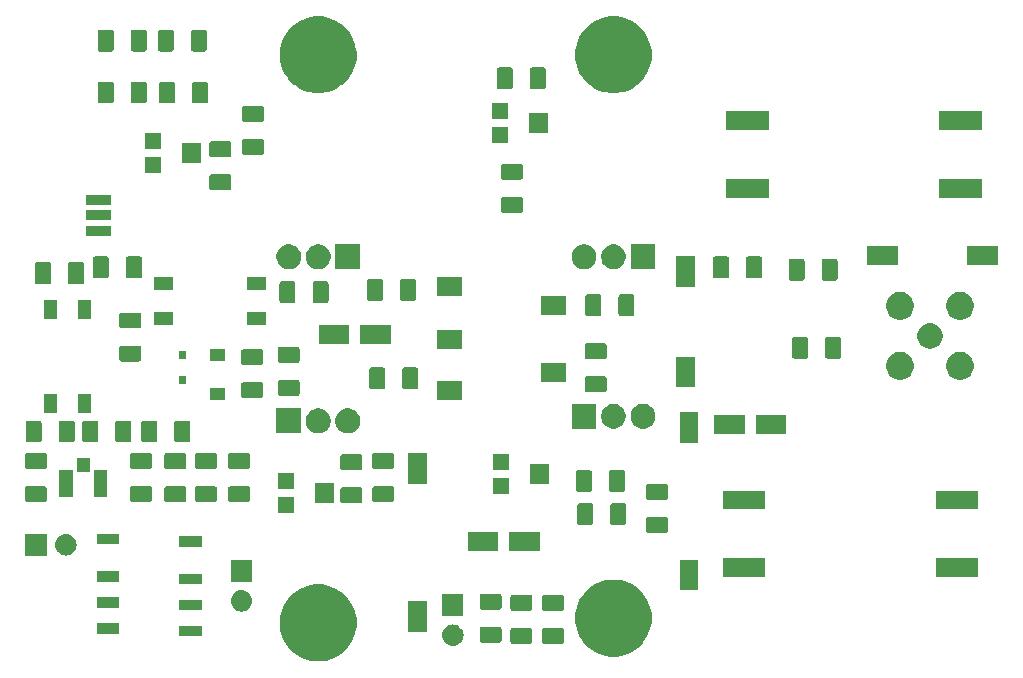
<source format=gbr>
G04 #@! TF.GenerationSoftware,KiCad,Pcbnew,(5.1.2)-1*
G04 #@! TF.CreationDate,2020-03-29T12:59:04+05:30*
G04 #@! TF.ProjectId,G6ALU_20WPA,4736414c-555f-4323-9057-50412e6b6963,rev?*
G04 #@! TF.SameCoordinates,Original*
G04 #@! TF.FileFunction,Soldermask,Bot*
G04 #@! TF.FilePolarity,Negative*
%FSLAX46Y46*%
G04 Gerber Fmt 4.6, Leading zero omitted, Abs format (unit mm)*
G04 Created by KiCad (PCBNEW (5.1.2)-1) date 2020-03-29 12:59:04*
%MOMM*%
%LPD*%
G04 APERTURE LIST*
%ADD10C,0.100000*%
G04 APERTURE END LIST*
D10*
G36*
X87234239Y-108911467D02*
G01*
X87548282Y-108973934D01*
X88139926Y-109219001D01*
X88541345Y-109487221D01*
X88672391Y-109574783D01*
X89125217Y-110027609D01*
X89149115Y-110063375D01*
X89480999Y-110560074D01*
X89694886Y-111076443D01*
X89726066Y-111151719D01*
X89851000Y-111779803D01*
X89851000Y-112420197D01*
X89806448Y-112644174D01*
X89726066Y-113048282D01*
X89480999Y-113639926D01*
X89125216Y-114172392D01*
X88672392Y-114625216D01*
X88139926Y-114980999D01*
X87548282Y-115226066D01*
X87234239Y-115288533D01*
X86920197Y-115351000D01*
X86279803Y-115351000D01*
X85965761Y-115288533D01*
X85651718Y-115226066D01*
X85060074Y-114980999D01*
X84527608Y-114625216D01*
X84074784Y-114172392D01*
X83719001Y-113639926D01*
X83473934Y-113048282D01*
X83393552Y-112644174D01*
X83349000Y-112420197D01*
X83349000Y-111779803D01*
X83473934Y-111151719D01*
X83505114Y-111076443D01*
X83719001Y-110560074D01*
X84050885Y-110063375D01*
X84074783Y-110027609D01*
X84527609Y-109574783D01*
X84658655Y-109487221D01*
X85060074Y-109219001D01*
X85651718Y-108973934D01*
X85965761Y-108911467D01*
X86279803Y-108849000D01*
X86920197Y-108849000D01*
X87234239Y-108911467D01*
X87234239Y-108911467D01*
G37*
G36*
X112234239Y-108511467D02*
G01*
X112548282Y-108573934D01*
X113139926Y-108819001D01*
X113566477Y-109104014D01*
X113672391Y-109174783D01*
X114125217Y-109627609D01*
X114189623Y-109724000D01*
X114480999Y-110160074D01*
X114726066Y-110751718D01*
X114851000Y-111379804D01*
X114851000Y-112020196D01*
X114726066Y-112648282D01*
X114480999Y-113239926D01*
X114303481Y-113505600D01*
X114136559Y-113755417D01*
X114125216Y-113772392D01*
X113672392Y-114225216D01*
X113139926Y-114580999D01*
X112548282Y-114826066D01*
X112234239Y-114888533D01*
X111920197Y-114951000D01*
X111279803Y-114951000D01*
X110965761Y-114888533D01*
X110651718Y-114826066D01*
X110060074Y-114580999D01*
X109527608Y-114225216D01*
X109074784Y-113772392D01*
X109063442Y-113755417D01*
X108896519Y-113505600D01*
X108719001Y-113239926D01*
X108473934Y-112648282D01*
X108349000Y-112020196D01*
X108349000Y-111379804D01*
X108473934Y-110751718D01*
X108719001Y-110160074D01*
X109010377Y-109724000D01*
X109074783Y-109627609D01*
X109527609Y-109174783D01*
X109633523Y-109104014D01*
X110060074Y-108819001D01*
X110651718Y-108573934D01*
X110965761Y-108511467D01*
X111279803Y-108449000D01*
X111920197Y-108449000D01*
X112234239Y-108511467D01*
X112234239Y-108511467D01*
G37*
G36*
X98110442Y-112245518D02*
G01*
X98176627Y-112252037D01*
X98346466Y-112303557D01*
X98502991Y-112387222D01*
X98538729Y-112416552D01*
X98640186Y-112499814D01*
X98707353Y-112581659D01*
X98752778Y-112637009D01*
X98836443Y-112793534D01*
X98887963Y-112963373D01*
X98905359Y-113140000D01*
X98887963Y-113316627D01*
X98836443Y-113486466D01*
X98752778Y-113642991D01*
X98740171Y-113658352D01*
X98640186Y-113780186D01*
X98564173Y-113842567D01*
X98502991Y-113892778D01*
X98346466Y-113976443D01*
X98176627Y-114027963D01*
X98110442Y-114034482D01*
X98044260Y-114041000D01*
X97955740Y-114041000D01*
X97889558Y-114034482D01*
X97823373Y-114027963D01*
X97653534Y-113976443D01*
X97497009Y-113892778D01*
X97435827Y-113842567D01*
X97359814Y-113780186D01*
X97259829Y-113658352D01*
X97247222Y-113642991D01*
X97163557Y-113486466D01*
X97112037Y-113316627D01*
X97094641Y-113140000D01*
X97112037Y-112963373D01*
X97163557Y-112793534D01*
X97247222Y-112637009D01*
X97292647Y-112581659D01*
X97359814Y-112499814D01*
X97461271Y-112416552D01*
X97497009Y-112387222D01*
X97653534Y-112303557D01*
X97823373Y-112252037D01*
X97889558Y-112245518D01*
X97955740Y-112239000D01*
X98044260Y-112239000D01*
X98110442Y-112245518D01*
X98110442Y-112245518D01*
G37*
G36*
X107268604Y-112528347D02*
G01*
X107305144Y-112539432D01*
X107338821Y-112557433D01*
X107368341Y-112581659D01*
X107392567Y-112611179D01*
X107410568Y-112644856D01*
X107421653Y-112681396D01*
X107426000Y-112725538D01*
X107426000Y-113674462D01*
X107421653Y-113718604D01*
X107410568Y-113755144D01*
X107392567Y-113788821D01*
X107368341Y-113818341D01*
X107338821Y-113842567D01*
X107305144Y-113860568D01*
X107268604Y-113871653D01*
X107224462Y-113876000D01*
X105775538Y-113876000D01*
X105731396Y-113871653D01*
X105694856Y-113860568D01*
X105661179Y-113842567D01*
X105631659Y-113818341D01*
X105607433Y-113788821D01*
X105589432Y-113755144D01*
X105578347Y-113718604D01*
X105574000Y-113674462D01*
X105574000Y-112725538D01*
X105578347Y-112681396D01*
X105589432Y-112644856D01*
X105607433Y-112611179D01*
X105631659Y-112581659D01*
X105661179Y-112557433D01*
X105694856Y-112539432D01*
X105731396Y-112528347D01*
X105775538Y-112524000D01*
X107224462Y-112524000D01*
X107268604Y-112528347D01*
X107268604Y-112528347D01*
G37*
G36*
X104568604Y-112528347D02*
G01*
X104605144Y-112539432D01*
X104638821Y-112557433D01*
X104668341Y-112581659D01*
X104692567Y-112611179D01*
X104710568Y-112644856D01*
X104721653Y-112681396D01*
X104726000Y-112725538D01*
X104726000Y-113674462D01*
X104721653Y-113718604D01*
X104710568Y-113755144D01*
X104692567Y-113788821D01*
X104668341Y-113818341D01*
X104638821Y-113842567D01*
X104605144Y-113860568D01*
X104568604Y-113871653D01*
X104524462Y-113876000D01*
X103075538Y-113876000D01*
X103031396Y-113871653D01*
X102994856Y-113860568D01*
X102961179Y-113842567D01*
X102931659Y-113818341D01*
X102907433Y-113788821D01*
X102889432Y-113755144D01*
X102878347Y-113718604D01*
X102874000Y-113674462D01*
X102874000Y-112725538D01*
X102878347Y-112681396D01*
X102889432Y-112644856D01*
X102907433Y-112611179D01*
X102931659Y-112581659D01*
X102961179Y-112557433D01*
X102994856Y-112539432D01*
X103031396Y-112528347D01*
X103075538Y-112524000D01*
X104524462Y-112524000D01*
X104568604Y-112528347D01*
X104568604Y-112528347D01*
G37*
G36*
X101968604Y-112428347D02*
G01*
X102005144Y-112439432D01*
X102038821Y-112457433D01*
X102068341Y-112481659D01*
X102092567Y-112511179D01*
X102110568Y-112544856D01*
X102121653Y-112581396D01*
X102126000Y-112625538D01*
X102126000Y-113574462D01*
X102121653Y-113618604D01*
X102110568Y-113655144D01*
X102092567Y-113688821D01*
X102068341Y-113718341D01*
X102038821Y-113742567D01*
X102005144Y-113760568D01*
X101968604Y-113771653D01*
X101924462Y-113776000D01*
X100475538Y-113776000D01*
X100431396Y-113771653D01*
X100394856Y-113760568D01*
X100361179Y-113742567D01*
X100331659Y-113718341D01*
X100307433Y-113688821D01*
X100289432Y-113655144D01*
X100278347Y-113618604D01*
X100274000Y-113574462D01*
X100274000Y-112625538D01*
X100278347Y-112581396D01*
X100289432Y-112544856D01*
X100307433Y-112511179D01*
X100331659Y-112481659D01*
X100361179Y-112457433D01*
X100394856Y-112439432D01*
X100431396Y-112428347D01*
X100475538Y-112424000D01*
X101924462Y-112424000D01*
X101968604Y-112428347D01*
X101968604Y-112428347D01*
G37*
G36*
X76751000Y-113251000D02*
G01*
X74849000Y-113251000D01*
X74849000Y-112349000D01*
X76751000Y-112349000D01*
X76751000Y-113251000D01*
X76751000Y-113251000D01*
G37*
G36*
X69751000Y-113051000D02*
G01*
X67849000Y-113051000D01*
X67849000Y-112149000D01*
X69751000Y-112149000D01*
X69751000Y-113051000D01*
X69751000Y-113051000D01*
G37*
G36*
X95801000Y-112851000D02*
G01*
X94199000Y-112851000D01*
X94199000Y-110249000D01*
X95801000Y-110249000D01*
X95801000Y-112851000D01*
X95801000Y-112851000D01*
G37*
G36*
X98901000Y-111501000D02*
G01*
X97099000Y-111501000D01*
X97099000Y-109699000D01*
X98901000Y-109699000D01*
X98901000Y-111501000D01*
X98901000Y-111501000D01*
G37*
G36*
X80210443Y-109345519D02*
G01*
X80276627Y-109352037D01*
X80446466Y-109403557D01*
X80602991Y-109487222D01*
X80638729Y-109516552D01*
X80740186Y-109599814D01*
X80797433Y-109669571D01*
X80852778Y-109737009D01*
X80936443Y-109893534D01*
X80987963Y-110063373D01*
X81005359Y-110240000D01*
X80987963Y-110416627D01*
X80936443Y-110586466D01*
X80852778Y-110742991D01*
X80845615Y-110751719D01*
X80740186Y-110880186D01*
X80664173Y-110942567D01*
X80602991Y-110992778D01*
X80602989Y-110992779D01*
X80455428Y-111071653D01*
X80446466Y-111076443D01*
X80276627Y-111127963D01*
X80210443Y-111134481D01*
X80144260Y-111141000D01*
X80055740Y-111141000D01*
X79989557Y-111134481D01*
X79923373Y-111127963D01*
X79753534Y-111076443D01*
X79744573Y-111071653D01*
X79597011Y-110992779D01*
X79597009Y-110992778D01*
X79535827Y-110942567D01*
X79459814Y-110880186D01*
X79354385Y-110751719D01*
X79347222Y-110742991D01*
X79263557Y-110586466D01*
X79212037Y-110416627D01*
X79194641Y-110240000D01*
X79212037Y-110063373D01*
X79263557Y-109893534D01*
X79347222Y-109737009D01*
X79402567Y-109669571D01*
X79459814Y-109599814D01*
X79561271Y-109516552D01*
X79597009Y-109487222D01*
X79753534Y-109403557D01*
X79923373Y-109352037D01*
X79989557Y-109345519D01*
X80055740Y-109339000D01*
X80144260Y-109339000D01*
X80210443Y-109345519D01*
X80210443Y-109345519D01*
G37*
G36*
X107268604Y-109728347D02*
G01*
X107305144Y-109739432D01*
X107338821Y-109757433D01*
X107368341Y-109781659D01*
X107392567Y-109811179D01*
X107410568Y-109844856D01*
X107421653Y-109881396D01*
X107426000Y-109925538D01*
X107426000Y-110874462D01*
X107421653Y-110918604D01*
X107410568Y-110955144D01*
X107392567Y-110988821D01*
X107368341Y-111018341D01*
X107338821Y-111042567D01*
X107305144Y-111060568D01*
X107268604Y-111071653D01*
X107224462Y-111076000D01*
X105775538Y-111076000D01*
X105731396Y-111071653D01*
X105694856Y-111060568D01*
X105661179Y-111042567D01*
X105631659Y-111018341D01*
X105607433Y-110988821D01*
X105589432Y-110955144D01*
X105578347Y-110918604D01*
X105574000Y-110874462D01*
X105574000Y-109925538D01*
X105578347Y-109881396D01*
X105589432Y-109844856D01*
X105607433Y-109811179D01*
X105631659Y-109781659D01*
X105661179Y-109757433D01*
X105694856Y-109739432D01*
X105731396Y-109728347D01*
X105775538Y-109724000D01*
X107224462Y-109724000D01*
X107268604Y-109728347D01*
X107268604Y-109728347D01*
G37*
G36*
X104568604Y-109728347D02*
G01*
X104605144Y-109739432D01*
X104638821Y-109757433D01*
X104668341Y-109781659D01*
X104692567Y-109811179D01*
X104710568Y-109844856D01*
X104721653Y-109881396D01*
X104726000Y-109925538D01*
X104726000Y-110874462D01*
X104721653Y-110918604D01*
X104710568Y-110955144D01*
X104692567Y-110988821D01*
X104668341Y-111018341D01*
X104638821Y-111042567D01*
X104605144Y-111060568D01*
X104568604Y-111071653D01*
X104524462Y-111076000D01*
X103075538Y-111076000D01*
X103031396Y-111071653D01*
X102994856Y-111060568D01*
X102961179Y-111042567D01*
X102931659Y-111018341D01*
X102907433Y-110988821D01*
X102889432Y-110955144D01*
X102878347Y-110918604D01*
X102874000Y-110874462D01*
X102874000Y-109925538D01*
X102878347Y-109881396D01*
X102889432Y-109844856D01*
X102907433Y-109811179D01*
X102931659Y-109781659D01*
X102961179Y-109757433D01*
X102994856Y-109739432D01*
X103031396Y-109728347D01*
X103075538Y-109724000D01*
X104524462Y-109724000D01*
X104568604Y-109728347D01*
X104568604Y-109728347D01*
G37*
G36*
X76751000Y-111051000D02*
G01*
X74849000Y-111051000D01*
X74849000Y-110149000D01*
X76751000Y-110149000D01*
X76751000Y-111051000D01*
X76751000Y-111051000D01*
G37*
G36*
X101968604Y-109628347D02*
G01*
X102005144Y-109639432D01*
X102038821Y-109657433D01*
X102068341Y-109681659D01*
X102092567Y-109711179D01*
X102110568Y-109744856D01*
X102121653Y-109781396D01*
X102126000Y-109825538D01*
X102126000Y-110774462D01*
X102121653Y-110818604D01*
X102110568Y-110855144D01*
X102092567Y-110888821D01*
X102068341Y-110918341D01*
X102038821Y-110942567D01*
X102005144Y-110960568D01*
X101968604Y-110971653D01*
X101924462Y-110976000D01*
X100475538Y-110976000D01*
X100431396Y-110971653D01*
X100394856Y-110960568D01*
X100361179Y-110942567D01*
X100331659Y-110918341D01*
X100307433Y-110888821D01*
X100289432Y-110855144D01*
X100278347Y-110818604D01*
X100274000Y-110774462D01*
X100274000Y-109825538D01*
X100278347Y-109781396D01*
X100289432Y-109744856D01*
X100307433Y-109711179D01*
X100331659Y-109681659D01*
X100361179Y-109657433D01*
X100394856Y-109639432D01*
X100431396Y-109628347D01*
X100475538Y-109624000D01*
X101924462Y-109624000D01*
X101968604Y-109628347D01*
X101968604Y-109628347D01*
G37*
G36*
X69751000Y-110851000D02*
G01*
X67849000Y-110851000D01*
X67849000Y-109949000D01*
X69751000Y-109949000D01*
X69751000Y-110851000D01*
X69751000Y-110851000D01*
G37*
G36*
X118801000Y-109351000D02*
G01*
X117199000Y-109351000D01*
X117199000Y-106749000D01*
X118801000Y-106749000D01*
X118801000Y-109351000D01*
X118801000Y-109351000D01*
G37*
G36*
X76751000Y-108851000D02*
G01*
X74849000Y-108851000D01*
X74849000Y-107949000D01*
X76751000Y-107949000D01*
X76751000Y-108851000D01*
X76751000Y-108851000D01*
G37*
G36*
X69751000Y-108651000D02*
G01*
X67849000Y-108651000D01*
X67849000Y-107749000D01*
X69751000Y-107749000D01*
X69751000Y-108651000D01*
X69751000Y-108651000D01*
G37*
G36*
X81001000Y-108601000D02*
G01*
X79199000Y-108601000D01*
X79199000Y-106799000D01*
X81001000Y-106799000D01*
X81001000Y-108601000D01*
X81001000Y-108601000D01*
G37*
G36*
X142501000Y-108201000D02*
G01*
X138899000Y-108201000D01*
X138899000Y-106599000D01*
X142501000Y-106599000D01*
X142501000Y-108201000D01*
X142501000Y-108201000D01*
G37*
G36*
X124451000Y-108201000D02*
G01*
X120849000Y-108201000D01*
X120849000Y-106599000D01*
X124451000Y-106599000D01*
X124451000Y-108201000D01*
X124451000Y-108201000D01*
G37*
G36*
X63601000Y-106401000D02*
G01*
X61799000Y-106401000D01*
X61799000Y-104599000D01*
X63601000Y-104599000D01*
X63601000Y-106401000D01*
X63601000Y-106401000D01*
G37*
G36*
X65350443Y-104605519D02*
G01*
X65416627Y-104612037D01*
X65586466Y-104663557D01*
X65742991Y-104747222D01*
X65745157Y-104749000D01*
X65880186Y-104859814D01*
X65963448Y-104961271D01*
X65992778Y-104997009D01*
X66076443Y-105153534D01*
X66127963Y-105323373D01*
X66145359Y-105500000D01*
X66127963Y-105676627D01*
X66076443Y-105846466D01*
X65992778Y-106002991D01*
X65963448Y-106038729D01*
X65880186Y-106140186D01*
X65778729Y-106223448D01*
X65742991Y-106252778D01*
X65586466Y-106336443D01*
X65416627Y-106387963D01*
X65350442Y-106394482D01*
X65284260Y-106401000D01*
X65195740Y-106401000D01*
X65129558Y-106394482D01*
X65063373Y-106387963D01*
X64893534Y-106336443D01*
X64737009Y-106252778D01*
X64701271Y-106223448D01*
X64599814Y-106140186D01*
X64516552Y-106038729D01*
X64487222Y-106002991D01*
X64403557Y-105846466D01*
X64352037Y-105676627D01*
X64334641Y-105500000D01*
X64352037Y-105323373D01*
X64403557Y-105153534D01*
X64487222Y-104997009D01*
X64516552Y-104961271D01*
X64599814Y-104859814D01*
X64734843Y-104749000D01*
X64737009Y-104747222D01*
X64893534Y-104663557D01*
X65063373Y-104612037D01*
X65129558Y-104605518D01*
X65195740Y-104599000D01*
X65284260Y-104599000D01*
X65350443Y-104605519D01*
X65350443Y-104605519D01*
G37*
G36*
X101851000Y-106001000D02*
G01*
X99249000Y-106001000D01*
X99249000Y-104399000D01*
X101851000Y-104399000D01*
X101851000Y-106001000D01*
X101851000Y-106001000D01*
G37*
G36*
X105351000Y-106001000D02*
G01*
X102749000Y-106001000D01*
X102749000Y-104399000D01*
X105351000Y-104399000D01*
X105351000Y-106001000D01*
X105351000Y-106001000D01*
G37*
G36*
X76751000Y-105651000D02*
G01*
X74849000Y-105651000D01*
X74849000Y-104749000D01*
X76751000Y-104749000D01*
X76751000Y-105651000D01*
X76751000Y-105651000D01*
G37*
G36*
X69751000Y-105451000D02*
G01*
X67849000Y-105451000D01*
X67849000Y-104549000D01*
X69751000Y-104549000D01*
X69751000Y-105451000D01*
X69751000Y-105451000D01*
G37*
G36*
X116068604Y-103128347D02*
G01*
X116105144Y-103139432D01*
X116138821Y-103157433D01*
X116168341Y-103181659D01*
X116192567Y-103211179D01*
X116210568Y-103244856D01*
X116221653Y-103281396D01*
X116226000Y-103325538D01*
X116226000Y-104274462D01*
X116221653Y-104318604D01*
X116210568Y-104355144D01*
X116192567Y-104388821D01*
X116168341Y-104418341D01*
X116138821Y-104442567D01*
X116105144Y-104460568D01*
X116068604Y-104471653D01*
X116024462Y-104476000D01*
X114575538Y-104476000D01*
X114531396Y-104471653D01*
X114494856Y-104460568D01*
X114461179Y-104442567D01*
X114431659Y-104418341D01*
X114407433Y-104388821D01*
X114389432Y-104355144D01*
X114378347Y-104318604D01*
X114374000Y-104274462D01*
X114374000Y-103325538D01*
X114378347Y-103281396D01*
X114389432Y-103244856D01*
X114407433Y-103211179D01*
X114431659Y-103181659D01*
X114461179Y-103157433D01*
X114494856Y-103139432D01*
X114531396Y-103128347D01*
X114575538Y-103124000D01*
X116024462Y-103124000D01*
X116068604Y-103128347D01*
X116068604Y-103128347D01*
G37*
G36*
X112518604Y-101978347D02*
G01*
X112555144Y-101989432D01*
X112588821Y-102007433D01*
X112618341Y-102031659D01*
X112642567Y-102061179D01*
X112660568Y-102094856D01*
X112671653Y-102131396D01*
X112676000Y-102175538D01*
X112676000Y-103624462D01*
X112671653Y-103668604D01*
X112660568Y-103705144D01*
X112642567Y-103738821D01*
X112618341Y-103768341D01*
X112588821Y-103792567D01*
X112555144Y-103810568D01*
X112518604Y-103821653D01*
X112474462Y-103826000D01*
X111525538Y-103826000D01*
X111481396Y-103821653D01*
X111444856Y-103810568D01*
X111411179Y-103792567D01*
X111381659Y-103768341D01*
X111357433Y-103738821D01*
X111339432Y-103705144D01*
X111328347Y-103668604D01*
X111324000Y-103624462D01*
X111324000Y-102175538D01*
X111328347Y-102131396D01*
X111339432Y-102094856D01*
X111357433Y-102061179D01*
X111381659Y-102031659D01*
X111411179Y-102007433D01*
X111444856Y-101989432D01*
X111481396Y-101978347D01*
X111525538Y-101974000D01*
X112474462Y-101974000D01*
X112518604Y-101978347D01*
X112518604Y-101978347D01*
G37*
G36*
X109718604Y-101978347D02*
G01*
X109755144Y-101989432D01*
X109788821Y-102007433D01*
X109818341Y-102031659D01*
X109842567Y-102061179D01*
X109860568Y-102094856D01*
X109871653Y-102131396D01*
X109876000Y-102175538D01*
X109876000Y-103624462D01*
X109871653Y-103668604D01*
X109860568Y-103705144D01*
X109842567Y-103738821D01*
X109818341Y-103768341D01*
X109788821Y-103792567D01*
X109755144Y-103810568D01*
X109718604Y-103821653D01*
X109674462Y-103826000D01*
X108725538Y-103826000D01*
X108681396Y-103821653D01*
X108644856Y-103810568D01*
X108611179Y-103792567D01*
X108581659Y-103768341D01*
X108557433Y-103738821D01*
X108539432Y-103705144D01*
X108528347Y-103668604D01*
X108524000Y-103624462D01*
X108524000Y-102175538D01*
X108528347Y-102131396D01*
X108539432Y-102094856D01*
X108557433Y-102061179D01*
X108581659Y-102031659D01*
X108611179Y-102007433D01*
X108644856Y-101989432D01*
X108681396Y-101978347D01*
X108725538Y-101974000D01*
X109674462Y-101974000D01*
X109718604Y-101978347D01*
X109718604Y-101978347D01*
G37*
G36*
X84576000Y-102776000D02*
G01*
X83224000Y-102776000D01*
X83224000Y-101424000D01*
X84576000Y-101424000D01*
X84576000Y-102776000D01*
X84576000Y-102776000D01*
G37*
G36*
X124451000Y-102501000D02*
G01*
X120849000Y-102501000D01*
X120849000Y-100899000D01*
X124451000Y-100899000D01*
X124451000Y-102501000D01*
X124451000Y-102501000D01*
G37*
G36*
X142501000Y-102501000D02*
G01*
X138899000Y-102501000D01*
X138899000Y-100899000D01*
X142501000Y-100899000D01*
X142501000Y-102501000D01*
X142501000Y-102501000D01*
G37*
G36*
X90168604Y-100628347D02*
G01*
X90205144Y-100639432D01*
X90238821Y-100657433D01*
X90268341Y-100681659D01*
X90292567Y-100711179D01*
X90310568Y-100744856D01*
X90321653Y-100781396D01*
X90326000Y-100825538D01*
X90326000Y-101774462D01*
X90321653Y-101818604D01*
X90310568Y-101855144D01*
X90292567Y-101888821D01*
X90268341Y-101918341D01*
X90238821Y-101942567D01*
X90205144Y-101960568D01*
X90168604Y-101971653D01*
X90124462Y-101976000D01*
X88675538Y-101976000D01*
X88631396Y-101971653D01*
X88594856Y-101960568D01*
X88561179Y-101942567D01*
X88531659Y-101918341D01*
X88507433Y-101888821D01*
X88489432Y-101855144D01*
X88478347Y-101818604D01*
X88474000Y-101774462D01*
X88474000Y-100825538D01*
X88478347Y-100781396D01*
X88489432Y-100744856D01*
X88507433Y-100711179D01*
X88531659Y-100681659D01*
X88561179Y-100657433D01*
X88594856Y-100639432D01*
X88631396Y-100628347D01*
X88675538Y-100624000D01*
X90124462Y-100624000D01*
X90168604Y-100628347D01*
X90168604Y-100628347D01*
G37*
G36*
X87951000Y-101951000D02*
G01*
X86349000Y-101951000D01*
X86349000Y-100249000D01*
X87951000Y-100249000D01*
X87951000Y-101951000D01*
X87951000Y-101951000D01*
G37*
G36*
X63468604Y-100528347D02*
G01*
X63505144Y-100539432D01*
X63538821Y-100557433D01*
X63568341Y-100581659D01*
X63592567Y-100611179D01*
X63610568Y-100644856D01*
X63621653Y-100681396D01*
X63626000Y-100725538D01*
X63626000Y-101674462D01*
X63621653Y-101718604D01*
X63610568Y-101755144D01*
X63592567Y-101788821D01*
X63568341Y-101818341D01*
X63538821Y-101842567D01*
X63505144Y-101860568D01*
X63468604Y-101871653D01*
X63424462Y-101876000D01*
X61975538Y-101876000D01*
X61931396Y-101871653D01*
X61894856Y-101860568D01*
X61861179Y-101842567D01*
X61831659Y-101818341D01*
X61807433Y-101788821D01*
X61789432Y-101755144D01*
X61778347Y-101718604D01*
X61774000Y-101674462D01*
X61774000Y-100725538D01*
X61778347Y-100681396D01*
X61789432Y-100644856D01*
X61807433Y-100611179D01*
X61831659Y-100581659D01*
X61861179Y-100557433D01*
X61894856Y-100539432D01*
X61931396Y-100528347D01*
X61975538Y-100524000D01*
X63424462Y-100524000D01*
X63468604Y-100528347D01*
X63468604Y-100528347D01*
G37*
G36*
X72368604Y-100528347D02*
G01*
X72405144Y-100539432D01*
X72438821Y-100557433D01*
X72468341Y-100581659D01*
X72492567Y-100611179D01*
X72510568Y-100644856D01*
X72521653Y-100681396D01*
X72526000Y-100725538D01*
X72526000Y-101674462D01*
X72521653Y-101718604D01*
X72510568Y-101755144D01*
X72492567Y-101788821D01*
X72468341Y-101818341D01*
X72438821Y-101842567D01*
X72405144Y-101860568D01*
X72368604Y-101871653D01*
X72324462Y-101876000D01*
X70875538Y-101876000D01*
X70831396Y-101871653D01*
X70794856Y-101860568D01*
X70761179Y-101842567D01*
X70731659Y-101818341D01*
X70707433Y-101788821D01*
X70689432Y-101755144D01*
X70678347Y-101718604D01*
X70674000Y-101674462D01*
X70674000Y-100725538D01*
X70678347Y-100681396D01*
X70689432Y-100644856D01*
X70707433Y-100611179D01*
X70731659Y-100581659D01*
X70761179Y-100557433D01*
X70794856Y-100539432D01*
X70831396Y-100528347D01*
X70875538Y-100524000D01*
X72324462Y-100524000D01*
X72368604Y-100528347D01*
X72368604Y-100528347D01*
G37*
G36*
X77868604Y-100528347D02*
G01*
X77905144Y-100539432D01*
X77938821Y-100557433D01*
X77968341Y-100581659D01*
X77992567Y-100611179D01*
X78010568Y-100644856D01*
X78021653Y-100681396D01*
X78026000Y-100725538D01*
X78026000Y-101674462D01*
X78021653Y-101718604D01*
X78010568Y-101755144D01*
X77992567Y-101788821D01*
X77968341Y-101818341D01*
X77938821Y-101842567D01*
X77905144Y-101860568D01*
X77868604Y-101871653D01*
X77824462Y-101876000D01*
X76375538Y-101876000D01*
X76331396Y-101871653D01*
X76294856Y-101860568D01*
X76261179Y-101842567D01*
X76231659Y-101818341D01*
X76207433Y-101788821D01*
X76189432Y-101755144D01*
X76178347Y-101718604D01*
X76174000Y-101674462D01*
X76174000Y-100725538D01*
X76178347Y-100681396D01*
X76189432Y-100644856D01*
X76207433Y-100611179D01*
X76231659Y-100581659D01*
X76261179Y-100557433D01*
X76294856Y-100539432D01*
X76331396Y-100528347D01*
X76375538Y-100524000D01*
X77824462Y-100524000D01*
X77868604Y-100528347D01*
X77868604Y-100528347D01*
G37*
G36*
X92868604Y-100528347D02*
G01*
X92905144Y-100539432D01*
X92938821Y-100557433D01*
X92968341Y-100581659D01*
X92992567Y-100611179D01*
X93010568Y-100644856D01*
X93021653Y-100681396D01*
X93026000Y-100725538D01*
X93026000Y-101674462D01*
X93021653Y-101718604D01*
X93010568Y-101755144D01*
X92992567Y-101788821D01*
X92968341Y-101818341D01*
X92938821Y-101842567D01*
X92905144Y-101860568D01*
X92868604Y-101871653D01*
X92824462Y-101876000D01*
X91375538Y-101876000D01*
X91331396Y-101871653D01*
X91294856Y-101860568D01*
X91261179Y-101842567D01*
X91231659Y-101818341D01*
X91207433Y-101788821D01*
X91189432Y-101755144D01*
X91178347Y-101718604D01*
X91174000Y-101674462D01*
X91174000Y-100725538D01*
X91178347Y-100681396D01*
X91189432Y-100644856D01*
X91207433Y-100611179D01*
X91231659Y-100581659D01*
X91261179Y-100557433D01*
X91294856Y-100539432D01*
X91331396Y-100528347D01*
X91375538Y-100524000D01*
X92824462Y-100524000D01*
X92868604Y-100528347D01*
X92868604Y-100528347D01*
G37*
G36*
X80668604Y-100528347D02*
G01*
X80705144Y-100539432D01*
X80738821Y-100557433D01*
X80768341Y-100581659D01*
X80792567Y-100611179D01*
X80810568Y-100644856D01*
X80821653Y-100681396D01*
X80826000Y-100725538D01*
X80826000Y-101674462D01*
X80821653Y-101718604D01*
X80810568Y-101755144D01*
X80792567Y-101788821D01*
X80768341Y-101818341D01*
X80738821Y-101842567D01*
X80705144Y-101860568D01*
X80668604Y-101871653D01*
X80624462Y-101876000D01*
X79175538Y-101876000D01*
X79131396Y-101871653D01*
X79094856Y-101860568D01*
X79061179Y-101842567D01*
X79031659Y-101818341D01*
X79007433Y-101788821D01*
X78989432Y-101755144D01*
X78978347Y-101718604D01*
X78974000Y-101674462D01*
X78974000Y-100725538D01*
X78978347Y-100681396D01*
X78989432Y-100644856D01*
X79007433Y-100611179D01*
X79031659Y-100581659D01*
X79061179Y-100557433D01*
X79094856Y-100539432D01*
X79131396Y-100528347D01*
X79175538Y-100524000D01*
X80624462Y-100524000D01*
X80668604Y-100528347D01*
X80668604Y-100528347D01*
G37*
G36*
X75268604Y-100528347D02*
G01*
X75305144Y-100539432D01*
X75338821Y-100557433D01*
X75368341Y-100581659D01*
X75392567Y-100611179D01*
X75410568Y-100644856D01*
X75421653Y-100681396D01*
X75426000Y-100725538D01*
X75426000Y-101674462D01*
X75421653Y-101718604D01*
X75410568Y-101755144D01*
X75392567Y-101788821D01*
X75368341Y-101818341D01*
X75338821Y-101842567D01*
X75305144Y-101860568D01*
X75268604Y-101871653D01*
X75224462Y-101876000D01*
X73775538Y-101876000D01*
X73731396Y-101871653D01*
X73694856Y-101860568D01*
X73661179Y-101842567D01*
X73631659Y-101818341D01*
X73607433Y-101788821D01*
X73589432Y-101755144D01*
X73578347Y-101718604D01*
X73574000Y-101674462D01*
X73574000Y-100725538D01*
X73578347Y-100681396D01*
X73589432Y-100644856D01*
X73607433Y-100611179D01*
X73631659Y-100581659D01*
X73661179Y-100557433D01*
X73694856Y-100539432D01*
X73731396Y-100528347D01*
X73775538Y-100524000D01*
X75224462Y-100524000D01*
X75268604Y-100528347D01*
X75268604Y-100528347D01*
G37*
G36*
X116068604Y-100328347D02*
G01*
X116105144Y-100339432D01*
X116138821Y-100357433D01*
X116168341Y-100381659D01*
X116192567Y-100411179D01*
X116210568Y-100444856D01*
X116221653Y-100481396D01*
X116226000Y-100525538D01*
X116226000Y-101474462D01*
X116221653Y-101518604D01*
X116210568Y-101555144D01*
X116192567Y-101588821D01*
X116168341Y-101618341D01*
X116138821Y-101642567D01*
X116105144Y-101660568D01*
X116068604Y-101671653D01*
X116024462Y-101676000D01*
X114575538Y-101676000D01*
X114531396Y-101671653D01*
X114494856Y-101660568D01*
X114461179Y-101642567D01*
X114431659Y-101618341D01*
X114407433Y-101588821D01*
X114389432Y-101555144D01*
X114378347Y-101518604D01*
X114374000Y-101474462D01*
X114374000Y-100525538D01*
X114378347Y-100481396D01*
X114389432Y-100444856D01*
X114407433Y-100411179D01*
X114431659Y-100381659D01*
X114461179Y-100357433D01*
X114494856Y-100339432D01*
X114531396Y-100328347D01*
X114575538Y-100324000D01*
X116024462Y-100324000D01*
X116068604Y-100328347D01*
X116068604Y-100328347D01*
G37*
G36*
X68751000Y-101426000D02*
G01*
X67599000Y-101426000D01*
X67599000Y-99124000D01*
X68751000Y-99124000D01*
X68751000Y-101426000D01*
X68751000Y-101426000D01*
G37*
G36*
X65801000Y-101426000D02*
G01*
X64649000Y-101426000D01*
X64649000Y-99124000D01*
X65801000Y-99124000D01*
X65801000Y-101426000D01*
X65801000Y-101426000D01*
G37*
G36*
X102776000Y-101176000D02*
G01*
X101424000Y-101176000D01*
X101424000Y-99824000D01*
X102776000Y-99824000D01*
X102776000Y-101176000D01*
X102776000Y-101176000D01*
G37*
G36*
X112418604Y-99178347D02*
G01*
X112455144Y-99189432D01*
X112488821Y-99207433D01*
X112518341Y-99231659D01*
X112542567Y-99261179D01*
X112560568Y-99294856D01*
X112571653Y-99331396D01*
X112576000Y-99375538D01*
X112576000Y-100824462D01*
X112571653Y-100868604D01*
X112560568Y-100905144D01*
X112542567Y-100938821D01*
X112518341Y-100968341D01*
X112488821Y-100992567D01*
X112455144Y-101010568D01*
X112418604Y-101021653D01*
X112374462Y-101026000D01*
X111425538Y-101026000D01*
X111381396Y-101021653D01*
X111344856Y-101010568D01*
X111311179Y-100992567D01*
X111281659Y-100968341D01*
X111257433Y-100938821D01*
X111239432Y-100905144D01*
X111228347Y-100868604D01*
X111224000Y-100824462D01*
X111224000Y-99375538D01*
X111228347Y-99331396D01*
X111239432Y-99294856D01*
X111257433Y-99261179D01*
X111281659Y-99231659D01*
X111311179Y-99207433D01*
X111344856Y-99189432D01*
X111381396Y-99178347D01*
X111425538Y-99174000D01*
X112374462Y-99174000D01*
X112418604Y-99178347D01*
X112418604Y-99178347D01*
G37*
G36*
X109618604Y-99178347D02*
G01*
X109655144Y-99189432D01*
X109688821Y-99207433D01*
X109718341Y-99231659D01*
X109742567Y-99261179D01*
X109760568Y-99294856D01*
X109771653Y-99331396D01*
X109776000Y-99375538D01*
X109776000Y-100824462D01*
X109771653Y-100868604D01*
X109760568Y-100905144D01*
X109742567Y-100938821D01*
X109718341Y-100968341D01*
X109688821Y-100992567D01*
X109655144Y-101010568D01*
X109618604Y-101021653D01*
X109574462Y-101026000D01*
X108625538Y-101026000D01*
X108581396Y-101021653D01*
X108544856Y-101010568D01*
X108511179Y-100992567D01*
X108481659Y-100968341D01*
X108457433Y-100938821D01*
X108439432Y-100905144D01*
X108428347Y-100868604D01*
X108424000Y-100824462D01*
X108424000Y-99375538D01*
X108428347Y-99331396D01*
X108439432Y-99294856D01*
X108457433Y-99261179D01*
X108481659Y-99231659D01*
X108511179Y-99207433D01*
X108544856Y-99189432D01*
X108581396Y-99178347D01*
X108625538Y-99174000D01*
X109574462Y-99174000D01*
X109618604Y-99178347D01*
X109618604Y-99178347D01*
G37*
G36*
X84576000Y-100776000D02*
G01*
X83224000Y-100776000D01*
X83224000Y-99424000D01*
X84576000Y-99424000D01*
X84576000Y-100776000D01*
X84576000Y-100776000D01*
G37*
G36*
X106151000Y-100351000D02*
G01*
X104549000Y-100351000D01*
X104549000Y-98649000D01*
X106151000Y-98649000D01*
X106151000Y-100351000D01*
X106151000Y-100351000D01*
G37*
G36*
X95801000Y-100351000D02*
G01*
X94199000Y-100351000D01*
X94199000Y-97749000D01*
X95801000Y-97749000D01*
X95801000Y-100351000D01*
X95801000Y-100351000D01*
G37*
G36*
X67251000Y-99326000D02*
G01*
X66149000Y-99326000D01*
X66149000Y-98174000D01*
X67251000Y-98174000D01*
X67251000Y-99326000D01*
X67251000Y-99326000D01*
G37*
G36*
X102776000Y-99176000D02*
G01*
X101424000Y-99176000D01*
X101424000Y-97824000D01*
X102776000Y-97824000D01*
X102776000Y-99176000D01*
X102776000Y-99176000D01*
G37*
G36*
X90168604Y-97828347D02*
G01*
X90205144Y-97839432D01*
X90238821Y-97857433D01*
X90268341Y-97881659D01*
X90292567Y-97911179D01*
X90310568Y-97944856D01*
X90321653Y-97981396D01*
X90326000Y-98025538D01*
X90326000Y-98974462D01*
X90321653Y-99018604D01*
X90310568Y-99055144D01*
X90292567Y-99088821D01*
X90268341Y-99118341D01*
X90238821Y-99142567D01*
X90205144Y-99160568D01*
X90168604Y-99171653D01*
X90124462Y-99176000D01*
X88675538Y-99176000D01*
X88631396Y-99171653D01*
X88594856Y-99160568D01*
X88561179Y-99142567D01*
X88531659Y-99118341D01*
X88507433Y-99088821D01*
X88489432Y-99055144D01*
X88478347Y-99018604D01*
X88474000Y-98974462D01*
X88474000Y-98025538D01*
X88478347Y-97981396D01*
X88489432Y-97944856D01*
X88507433Y-97911179D01*
X88531659Y-97881659D01*
X88561179Y-97857433D01*
X88594856Y-97839432D01*
X88631396Y-97828347D01*
X88675538Y-97824000D01*
X90124462Y-97824000D01*
X90168604Y-97828347D01*
X90168604Y-97828347D01*
G37*
G36*
X77868604Y-97728347D02*
G01*
X77905144Y-97739432D01*
X77938821Y-97757433D01*
X77968341Y-97781659D01*
X77992567Y-97811179D01*
X78010568Y-97844856D01*
X78021653Y-97881396D01*
X78026000Y-97925538D01*
X78026000Y-98874462D01*
X78021653Y-98918604D01*
X78010568Y-98955144D01*
X77992567Y-98988821D01*
X77968341Y-99018341D01*
X77938821Y-99042567D01*
X77905144Y-99060568D01*
X77868604Y-99071653D01*
X77824462Y-99076000D01*
X76375538Y-99076000D01*
X76331396Y-99071653D01*
X76294856Y-99060568D01*
X76261179Y-99042567D01*
X76231659Y-99018341D01*
X76207433Y-98988821D01*
X76189432Y-98955144D01*
X76178347Y-98918604D01*
X76174000Y-98874462D01*
X76174000Y-97925538D01*
X76178347Y-97881396D01*
X76189432Y-97844856D01*
X76207433Y-97811179D01*
X76231659Y-97781659D01*
X76261179Y-97757433D01*
X76294856Y-97739432D01*
X76331396Y-97728347D01*
X76375538Y-97724000D01*
X77824462Y-97724000D01*
X77868604Y-97728347D01*
X77868604Y-97728347D01*
G37*
G36*
X92868604Y-97728347D02*
G01*
X92905144Y-97739432D01*
X92938821Y-97757433D01*
X92968341Y-97781659D01*
X92992567Y-97811179D01*
X93010568Y-97844856D01*
X93021653Y-97881396D01*
X93026000Y-97925538D01*
X93026000Y-98874462D01*
X93021653Y-98918604D01*
X93010568Y-98955144D01*
X92992567Y-98988821D01*
X92968341Y-99018341D01*
X92938821Y-99042567D01*
X92905144Y-99060568D01*
X92868604Y-99071653D01*
X92824462Y-99076000D01*
X91375538Y-99076000D01*
X91331396Y-99071653D01*
X91294856Y-99060568D01*
X91261179Y-99042567D01*
X91231659Y-99018341D01*
X91207433Y-98988821D01*
X91189432Y-98955144D01*
X91178347Y-98918604D01*
X91174000Y-98874462D01*
X91174000Y-97925538D01*
X91178347Y-97881396D01*
X91189432Y-97844856D01*
X91207433Y-97811179D01*
X91231659Y-97781659D01*
X91261179Y-97757433D01*
X91294856Y-97739432D01*
X91331396Y-97728347D01*
X91375538Y-97724000D01*
X92824462Y-97724000D01*
X92868604Y-97728347D01*
X92868604Y-97728347D01*
G37*
G36*
X80668604Y-97728347D02*
G01*
X80705144Y-97739432D01*
X80738821Y-97757433D01*
X80768341Y-97781659D01*
X80792567Y-97811179D01*
X80810568Y-97844856D01*
X80821653Y-97881396D01*
X80826000Y-97925538D01*
X80826000Y-98874462D01*
X80821653Y-98918604D01*
X80810568Y-98955144D01*
X80792567Y-98988821D01*
X80768341Y-99018341D01*
X80738821Y-99042567D01*
X80705144Y-99060568D01*
X80668604Y-99071653D01*
X80624462Y-99076000D01*
X79175538Y-99076000D01*
X79131396Y-99071653D01*
X79094856Y-99060568D01*
X79061179Y-99042567D01*
X79031659Y-99018341D01*
X79007433Y-98988821D01*
X78989432Y-98955144D01*
X78978347Y-98918604D01*
X78974000Y-98874462D01*
X78974000Y-97925538D01*
X78978347Y-97881396D01*
X78989432Y-97844856D01*
X79007433Y-97811179D01*
X79031659Y-97781659D01*
X79061179Y-97757433D01*
X79094856Y-97739432D01*
X79131396Y-97728347D01*
X79175538Y-97724000D01*
X80624462Y-97724000D01*
X80668604Y-97728347D01*
X80668604Y-97728347D01*
G37*
G36*
X75268604Y-97728347D02*
G01*
X75305144Y-97739432D01*
X75338821Y-97757433D01*
X75368341Y-97781659D01*
X75392567Y-97811179D01*
X75410568Y-97844856D01*
X75421653Y-97881396D01*
X75426000Y-97925538D01*
X75426000Y-98874462D01*
X75421653Y-98918604D01*
X75410568Y-98955144D01*
X75392567Y-98988821D01*
X75368341Y-99018341D01*
X75338821Y-99042567D01*
X75305144Y-99060568D01*
X75268604Y-99071653D01*
X75224462Y-99076000D01*
X73775538Y-99076000D01*
X73731396Y-99071653D01*
X73694856Y-99060568D01*
X73661179Y-99042567D01*
X73631659Y-99018341D01*
X73607433Y-98988821D01*
X73589432Y-98955144D01*
X73578347Y-98918604D01*
X73574000Y-98874462D01*
X73574000Y-97925538D01*
X73578347Y-97881396D01*
X73589432Y-97844856D01*
X73607433Y-97811179D01*
X73631659Y-97781659D01*
X73661179Y-97757433D01*
X73694856Y-97739432D01*
X73731396Y-97728347D01*
X73775538Y-97724000D01*
X75224462Y-97724000D01*
X75268604Y-97728347D01*
X75268604Y-97728347D01*
G37*
G36*
X72368604Y-97728347D02*
G01*
X72405144Y-97739432D01*
X72438821Y-97757433D01*
X72468341Y-97781659D01*
X72492567Y-97811179D01*
X72510568Y-97844856D01*
X72521653Y-97881396D01*
X72526000Y-97925538D01*
X72526000Y-98874462D01*
X72521653Y-98918604D01*
X72510568Y-98955144D01*
X72492567Y-98988821D01*
X72468341Y-99018341D01*
X72438821Y-99042567D01*
X72405144Y-99060568D01*
X72368604Y-99071653D01*
X72324462Y-99076000D01*
X70875538Y-99076000D01*
X70831396Y-99071653D01*
X70794856Y-99060568D01*
X70761179Y-99042567D01*
X70731659Y-99018341D01*
X70707433Y-98988821D01*
X70689432Y-98955144D01*
X70678347Y-98918604D01*
X70674000Y-98874462D01*
X70674000Y-97925538D01*
X70678347Y-97881396D01*
X70689432Y-97844856D01*
X70707433Y-97811179D01*
X70731659Y-97781659D01*
X70761179Y-97757433D01*
X70794856Y-97739432D01*
X70831396Y-97728347D01*
X70875538Y-97724000D01*
X72324462Y-97724000D01*
X72368604Y-97728347D01*
X72368604Y-97728347D01*
G37*
G36*
X63468604Y-97728347D02*
G01*
X63505144Y-97739432D01*
X63538821Y-97757433D01*
X63568341Y-97781659D01*
X63592567Y-97811179D01*
X63610568Y-97844856D01*
X63621653Y-97881396D01*
X63626000Y-97925538D01*
X63626000Y-98874462D01*
X63621653Y-98918604D01*
X63610568Y-98955144D01*
X63592567Y-98988821D01*
X63568341Y-99018341D01*
X63538821Y-99042567D01*
X63505144Y-99060568D01*
X63468604Y-99071653D01*
X63424462Y-99076000D01*
X61975538Y-99076000D01*
X61931396Y-99071653D01*
X61894856Y-99060568D01*
X61861179Y-99042567D01*
X61831659Y-99018341D01*
X61807433Y-98988821D01*
X61789432Y-98955144D01*
X61778347Y-98918604D01*
X61774000Y-98874462D01*
X61774000Y-97925538D01*
X61778347Y-97881396D01*
X61789432Y-97844856D01*
X61807433Y-97811179D01*
X61831659Y-97781659D01*
X61861179Y-97757433D01*
X61894856Y-97739432D01*
X61931396Y-97728347D01*
X61975538Y-97724000D01*
X63424462Y-97724000D01*
X63468604Y-97728347D01*
X63468604Y-97728347D01*
G37*
G36*
X118801000Y-96851000D02*
G01*
X117199000Y-96851000D01*
X117199000Y-94249000D01*
X118801000Y-94249000D01*
X118801000Y-96851000D01*
X118801000Y-96851000D01*
G37*
G36*
X72818604Y-94978347D02*
G01*
X72855144Y-94989432D01*
X72888821Y-95007433D01*
X72918341Y-95031659D01*
X72942567Y-95061179D01*
X72960568Y-95094856D01*
X72971653Y-95131396D01*
X72976000Y-95175538D01*
X72976000Y-96624462D01*
X72971653Y-96668604D01*
X72960568Y-96705144D01*
X72942567Y-96738821D01*
X72918341Y-96768341D01*
X72888821Y-96792567D01*
X72855144Y-96810568D01*
X72818604Y-96821653D01*
X72774462Y-96826000D01*
X71825538Y-96826000D01*
X71781396Y-96821653D01*
X71744856Y-96810568D01*
X71711179Y-96792567D01*
X71681659Y-96768341D01*
X71657433Y-96738821D01*
X71639432Y-96705144D01*
X71628347Y-96668604D01*
X71624000Y-96624462D01*
X71624000Y-95175538D01*
X71628347Y-95131396D01*
X71639432Y-95094856D01*
X71657433Y-95061179D01*
X71681659Y-95031659D01*
X71711179Y-95007433D01*
X71744856Y-94989432D01*
X71781396Y-94978347D01*
X71825538Y-94974000D01*
X72774462Y-94974000D01*
X72818604Y-94978347D01*
X72818604Y-94978347D01*
G37*
G36*
X75618604Y-94978347D02*
G01*
X75655144Y-94989432D01*
X75688821Y-95007433D01*
X75718341Y-95031659D01*
X75742567Y-95061179D01*
X75760568Y-95094856D01*
X75771653Y-95131396D01*
X75776000Y-95175538D01*
X75776000Y-96624462D01*
X75771653Y-96668604D01*
X75760568Y-96705144D01*
X75742567Y-96738821D01*
X75718341Y-96768341D01*
X75688821Y-96792567D01*
X75655144Y-96810568D01*
X75618604Y-96821653D01*
X75574462Y-96826000D01*
X74625538Y-96826000D01*
X74581396Y-96821653D01*
X74544856Y-96810568D01*
X74511179Y-96792567D01*
X74481659Y-96768341D01*
X74457433Y-96738821D01*
X74439432Y-96705144D01*
X74428347Y-96668604D01*
X74424000Y-96624462D01*
X74424000Y-95175538D01*
X74428347Y-95131396D01*
X74439432Y-95094856D01*
X74457433Y-95061179D01*
X74481659Y-95031659D01*
X74511179Y-95007433D01*
X74544856Y-94989432D01*
X74581396Y-94978347D01*
X74625538Y-94974000D01*
X75574462Y-94974000D01*
X75618604Y-94978347D01*
X75618604Y-94978347D01*
G37*
G36*
X67818604Y-94978347D02*
G01*
X67855144Y-94989432D01*
X67888821Y-95007433D01*
X67918341Y-95031659D01*
X67942567Y-95061179D01*
X67960568Y-95094856D01*
X67971653Y-95131396D01*
X67976000Y-95175538D01*
X67976000Y-96624462D01*
X67971653Y-96668604D01*
X67960568Y-96705144D01*
X67942567Y-96738821D01*
X67918341Y-96768341D01*
X67888821Y-96792567D01*
X67855144Y-96810568D01*
X67818604Y-96821653D01*
X67774462Y-96826000D01*
X66825538Y-96826000D01*
X66781396Y-96821653D01*
X66744856Y-96810568D01*
X66711179Y-96792567D01*
X66681659Y-96768341D01*
X66657433Y-96738821D01*
X66639432Y-96705144D01*
X66628347Y-96668604D01*
X66624000Y-96624462D01*
X66624000Y-95175538D01*
X66628347Y-95131396D01*
X66639432Y-95094856D01*
X66657433Y-95061179D01*
X66681659Y-95031659D01*
X66711179Y-95007433D01*
X66744856Y-94989432D01*
X66781396Y-94978347D01*
X66825538Y-94974000D01*
X67774462Y-94974000D01*
X67818604Y-94978347D01*
X67818604Y-94978347D01*
G37*
G36*
X65818604Y-94978347D02*
G01*
X65855144Y-94989432D01*
X65888821Y-95007433D01*
X65918341Y-95031659D01*
X65942567Y-95061179D01*
X65960568Y-95094856D01*
X65971653Y-95131396D01*
X65976000Y-95175538D01*
X65976000Y-96624462D01*
X65971653Y-96668604D01*
X65960568Y-96705144D01*
X65942567Y-96738821D01*
X65918341Y-96768341D01*
X65888821Y-96792567D01*
X65855144Y-96810568D01*
X65818604Y-96821653D01*
X65774462Y-96826000D01*
X64825538Y-96826000D01*
X64781396Y-96821653D01*
X64744856Y-96810568D01*
X64711179Y-96792567D01*
X64681659Y-96768341D01*
X64657433Y-96738821D01*
X64639432Y-96705144D01*
X64628347Y-96668604D01*
X64624000Y-96624462D01*
X64624000Y-95175538D01*
X64628347Y-95131396D01*
X64639432Y-95094856D01*
X64657433Y-95061179D01*
X64681659Y-95031659D01*
X64711179Y-95007433D01*
X64744856Y-94989432D01*
X64781396Y-94978347D01*
X64825538Y-94974000D01*
X65774462Y-94974000D01*
X65818604Y-94978347D01*
X65818604Y-94978347D01*
G37*
G36*
X63018604Y-94978347D02*
G01*
X63055144Y-94989432D01*
X63088821Y-95007433D01*
X63118341Y-95031659D01*
X63142567Y-95061179D01*
X63160568Y-95094856D01*
X63171653Y-95131396D01*
X63176000Y-95175538D01*
X63176000Y-96624462D01*
X63171653Y-96668604D01*
X63160568Y-96705144D01*
X63142567Y-96738821D01*
X63118341Y-96768341D01*
X63088821Y-96792567D01*
X63055144Y-96810568D01*
X63018604Y-96821653D01*
X62974462Y-96826000D01*
X62025538Y-96826000D01*
X61981396Y-96821653D01*
X61944856Y-96810568D01*
X61911179Y-96792567D01*
X61881659Y-96768341D01*
X61857433Y-96738821D01*
X61839432Y-96705144D01*
X61828347Y-96668604D01*
X61824000Y-96624462D01*
X61824000Y-95175538D01*
X61828347Y-95131396D01*
X61839432Y-95094856D01*
X61857433Y-95061179D01*
X61881659Y-95031659D01*
X61911179Y-95007433D01*
X61944856Y-94989432D01*
X61981396Y-94978347D01*
X62025538Y-94974000D01*
X62974462Y-94974000D01*
X63018604Y-94978347D01*
X63018604Y-94978347D01*
G37*
G36*
X70618604Y-94978347D02*
G01*
X70655144Y-94989432D01*
X70688821Y-95007433D01*
X70718341Y-95031659D01*
X70742567Y-95061179D01*
X70760568Y-95094856D01*
X70771653Y-95131396D01*
X70776000Y-95175538D01*
X70776000Y-96624462D01*
X70771653Y-96668604D01*
X70760568Y-96705144D01*
X70742567Y-96738821D01*
X70718341Y-96768341D01*
X70688821Y-96792567D01*
X70655144Y-96810568D01*
X70618604Y-96821653D01*
X70574462Y-96826000D01*
X69625538Y-96826000D01*
X69581396Y-96821653D01*
X69544856Y-96810568D01*
X69511179Y-96792567D01*
X69481659Y-96768341D01*
X69457433Y-96738821D01*
X69439432Y-96705144D01*
X69428347Y-96668604D01*
X69424000Y-96624462D01*
X69424000Y-95175538D01*
X69428347Y-95131396D01*
X69439432Y-95094856D01*
X69457433Y-95061179D01*
X69481659Y-95031659D01*
X69511179Y-95007433D01*
X69544856Y-94989432D01*
X69581396Y-94978347D01*
X69625538Y-94974000D01*
X70574462Y-94974000D01*
X70618604Y-94978347D01*
X70618604Y-94978347D01*
G37*
G36*
X126251000Y-96101000D02*
G01*
X123649000Y-96101000D01*
X123649000Y-94499000D01*
X126251000Y-94499000D01*
X126251000Y-96101000D01*
X126251000Y-96101000D01*
G37*
G36*
X122751000Y-96101000D02*
G01*
X120149000Y-96101000D01*
X120149000Y-94499000D01*
X122751000Y-94499000D01*
X122751000Y-96101000D01*
X122751000Y-96101000D01*
G37*
G36*
X89406564Y-93989389D02*
G01*
X89597833Y-94068615D01*
X89597835Y-94068616D01*
X89769973Y-94183635D01*
X89916365Y-94330027D01*
X90031385Y-94502167D01*
X90110611Y-94693436D01*
X90151000Y-94896484D01*
X90151000Y-95103516D01*
X90110611Y-95306564D01*
X90065130Y-95416365D01*
X90031384Y-95497835D01*
X89916365Y-95669973D01*
X89769973Y-95816365D01*
X89597835Y-95931384D01*
X89597834Y-95931385D01*
X89597833Y-95931385D01*
X89406564Y-96010611D01*
X89203516Y-96051000D01*
X88996484Y-96051000D01*
X88793436Y-96010611D01*
X88602167Y-95931385D01*
X88602166Y-95931385D01*
X88602165Y-95931384D01*
X88430027Y-95816365D01*
X88283635Y-95669973D01*
X88168616Y-95497835D01*
X88134870Y-95416365D01*
X88089389Y-95306564D01*
X88049000Y-95103516D01*
X88049000Y-94896484D01*
X88089389Y-94693436D01*
X88168615Y-94502167D01*
X88283635Y-94330027D01*
X88430027Y-94183635D01*
X88602165Y-94068616D01*
X88602167Y-94068615D01*
X88793436Y-93989389D01*
X88996484Y-93949000D01*
X89203516Y-93949000D01*
X89406564Y-93989389D01*
X89406564Y-93989389D01*
G37*
G36*
X86906564Y-93989389D02*
G01*
X87097833Y-94068615D01*
X87097835Y-94068616D01*
X87269973Y-94183635D01*
X87416365Y-94330027D01*
X87531385Y-94502167D01*
X87610611Y-94693436D01*
X87651000Y-94896484D01*
X87651000Y-95103516D01*
X87610611Y-95306564D01*
X87565130Y-95416365D01*
X87531384Y-95497835D01*
X87416365Y-95669973D01*
X87269973Y-95816365D01*
X87097835Y-95931384D01*
X87097834Y-95931385D01*
X87097833Y-95931385D01*
X86906564Y-96010611D01*
X86703516Y-96051000D01*
X86496484Y-96051000D01*
X86293436Y-96010611D01*
X86102167Y-95931385D01*
X86102166Y-95931385D01*
X86102165Y-95931384D01*
X85930027Y-95816365D01*
X85783635Y-95669973D01*
X85668616Y-95497835D01*
X85634870Y-95416365D01*
X85589389Y-95306564D01*
X85549000Y-95103516D01*
X85549000Y-94896484D01*
X85589389Y-94693436D01*
X85668615Y-94502167D01*
X85783635Y-94330027D01*
X85930027Y-94183635D01*
X86102165Y-94068616D01*
X86102167Y-94068615D01*
X86293436Y-93989389D01*
X86496484Y-93949000D01*
X86703516Y-93949000D01*
X86906564Y-93989389D01*
X86906564Y-93989389D01*
G37*
G36*
X85151000Y-96051000D02*
G01*
X83049000Y-96051000D01*
X83049000Y-93949000D01*
X85151000Y-93949000D01*
X85151000Y-96051000D01*
X85151000Y-96051000D01*
G37*
G36*
X110151000Y-95651000D02*
G01*
X108049000Y-95651000D01*
X108049000Y-93549000D01*
X110151000Y-93549000D01*
X110151000Y-95651000D01*
X110151000Y-95651000D01*
G37*
G36*
X114406564Y-93589389D02*
G01*
X114597833Y-93668615D01*
X114597835Y-93668616D01*
X114769973Y-93783635D01*
X114916365Y-93930027D01*
X115008967Y-94068615D01*
X115031385Y-94102167D01*
X115110611Y-94293436D01*
X115151000Y-94496484D01*
X115151000Y-94703516D01*
X115110611Y-94906564D01*
X115032618Y-95094856D01*
X115031384Y-95097835D01*
X114916365Y-95269973D01*
X114769973Y-95416365D01*
X114597835Y-95531384D01*
X114597834Y-95531385D01*
X114597833Y-95531385D01*
X114406564Y-95610611D01*
X114203516Y-95651000D01*
X113996484Y-95651000D01*
X113793436Y-95610611D01*
X113602167Y-95531385D01*
X113602166Y-95531385D01*
X113602165Y-95531384D01*
X113430027Y-95416365D01*
X113283635Y-95269973D01*
X113168616Y-95097835D01*
X113167382Y-95094856D01*
X113089389Y-94906564D01*
X113049000Y-94703516D01*
X113049000Y-94496484D01*
X113089389Y-94293436D01*
X113168615Y-94102167D01*
X113191034Y-94068615D01*
X113283635Y-93930027D01*
X113430027Y-93783635D01*
X113602165Y-93668616D01*
X113602167Y-93668615D01*
X113793436Y-93589389D01*
X113996484Y-93549000D01*
X114203516Y-93549000D01*
X114406564Y-93589389D01*
X114406564Y-93589389D01*
G37*
G36*
X111906564Y-93589389D02*
G01*
X112097833Y-93668615D01*
X112097835Y-93668616D01*
X112269973Y-93783635D01*
X112416365Y-93930027D01*
X112508967Y-94068615D01*
X112531385Y-94102167D01*
X112610611Y-94293436D01*
X112651000Y-94496484D01*
X112651000Y-94703516D01*
X112610611Y-94906564D01*
X112532618Y-95094856D01*
X112531384Y-95097835D01*
X112416365Y-95269973D01*
X112269973Y-95416365D01*
X112097835Y-95531384D01*
X112097834Y-95531385D01*
X112097833Y-95531385D01*
X111906564Y-95610611D01*
X111703516Y-95651000D01*
X111496484Y-95651000D01*
X111293436Y-95610611D01*
X111102167Y-95531385D01*
X111102166Y-95531385D01*
X111102165Y-95531384D01*
X110930027Y-95416365D01*
X110783635Y-95269973D01*
X110668616Y-95097835D01*
X110667382Y-95094856D01*
X110589389Y-94906564D01*
X110549000Y-94703516D01*
X110549000Y-94496484D01*
X110589389Y-94293436D01*
X110668615Y-94102167D01*
X110691034Y-94068615D01*
X110783635Y-93930027D01*
X110930027Y-93783635D01*
X111102165Y-93668616D01*
X111102167Y-93668615D01*
X111293436Y-93589389D01*
X111496484Y-93549000D01*
X111703516Y-93549000D01*
X111906564Y-93589389D01*
X111906564Y-93589389D01*
G37*
G36*
X67351000Y-94301000D02*
G01*
X66249000Y-94301000D01*
X66249000Y-92699000D01*
X67351000Y-92699000D01*
X67351000Y-94301000D01*
X67351000Y-94301000D01*
G37*
G36*
X64451000Y-94301000D02*
G01*
X63349000Y-94301000D01*
X63349000Y-92699000D01*
X64451000Y-92699000D01*
X64451000Y-94301000D01*
X64451000Y-94301000D01*
G37*
G36*
X78751000Y-93251000D02*
G01*
X77449000Y-93251000D01*
X77449000Y-92249000D01*
X78751000Y-92249000D01*
X78751000Y-93251000D01*
X78751000Y-93251000D01*
G37*
G36*
X98751000Y-93251000D02*
G01*
X96649000Y-93251000D01*
X96649000Y-91649000D01*
X98751000Y-91649000D01*
X98751000Y-93251000D01*
X98751000Y-93251000D01*
G37*
G36*
X81768604Y-91728347D02*
G01*
X81805144Y-91739432D01*
X81838821Y-91757433D01*
X81868341Y-91781659D01*
X81892567Y-91811179D01*
X81910568Y-91844856D01*
X81921653Y-91881396D01*
X81926000Y-91925538D01*
X81926000Y-92874462D01*
X81921653Y-92918604D01*
X81910568Y-92955144D01*
X81892567Y-92988821D01*
X81868341Y-93018341D01*
X81838821Y-93042567D01*
X81805144Y-93060568D01*
X81768604Y-93071653D01*
X81724462Y-93076000D01*
X80275538Y-93076000D01*
X80231396Y-93071653D01*
X80194856Y-93060568D01*
X80161179Y-93042567D01*
X80131659Y-93018341D01*
X80107433Y-92988821D01*
X80089432Y-92955144D01*
X80078347Y-92918604D01*
X80074000Y-92874462D01*
X80074000Y-91925538D01*
X80078347Y-91881396D01*
X80089432Y-91844856D01*
X80107433Y-91811179D01*
X80131659Y-91781659D01*
X80161179Y-91757433D01*
X80194856Y-91739432D01*
X80231396Y-91728347D01*
X80275538Y-91724000D01*
X81724462Y-91724000D01*
X81768604Y-91728347D01*
X81768604Y-91728347D01*
G37*
G36*
X84868604Y-91528347D02*
G01*
X84905144Y-91539432D01*
X84938821Y-91557433D01*
X84968341Y-91581659D01*
X84992567Y-91611179D01*
X85010568Y-91644856D01*
X85021653Y-91681396D01*
X85026000Y-91725538D01*
X85026000Y-92674462D01*
X85021653Y-92718604D01*
X85010568Y-92755144D01*
X84992567Y-92788821D01*
X84968341Y-92818341D01*
X84938821Y-92842567D01*
X84905144Y-92860568D01*
X84868604Y-92871653D01*
X84824462Y-92876000D01*
X83375538Y-92876000D01*
X83331396Y-92871653D01*
X83294856Y-92860568D01*
X83261179Y-92842567D01*
X83231659Y-92818341D01*
X83207433Y-92788821D01*
X83189432Y-92755144D01*
X83178347Y-92718604D01*
X83174000Y-92674462D01*
X83174000Y-91725538D01*
X83178347Y-91681396D01*
X83189432Y-91644856D01*
X83207433Y-91611179D01*
X83231659Y-91581659D01*
X83261179Y-91557433D01*
X83294856Y-91539432D01*
X83331396Y-91528347D01*
X83375538Y-91524000D01*
X84824462Y-91524000D01*
X84868604Y-91528347D01*
X84868604Y-91528347D01*
G37*
G36*
X110868604Y-91228347D02*
G01*
X110905144Y-91239432D01*
X110938821Y-91257433D01*
X110968341Y-91281659D01*
X110992567Y-91311179D01*
X111010568Y-91344856D01*
X111021653Y-91381396D01*
X111026000Y-91425538D01*
X111026000Y-92374462D01*
X111021653Y-92418604D01*
X111010568Y-92455144D01*
X110992567Y-92488821D01*
X110968341Y-92518341D01*
X110938821Y-92542567D01*
X110905144Y-92560568D01*
X110868604Y-92571653D01*
X110824462Y-92576000D01*
X109375538Y-92576000D01*
X109331396Y-92571653D01*
X109294856Y-92560568D01*
X109261179Y-92542567D01*
X109231659Y-92518341D01*
X109207433Y-92488821D01*
X109189432Y-92455144D01*
X109178347Y-92418604D01*
X109174000Y-92374462D01*
X109174000Y-91425538D01*
X109178347Y-91381396D01*
X109189432Y-91344856D01*
X109207433Y-91311179D01*
X109231659Y-91281659D01*
X109261179Y-91257433D01*
X109294856Y-91239432D01*
X109331396Y-91228347D01*
X109375538Y-91224000D01*
X110824462Y-91224000D01*
X110868604Y-91228347D01*
X110868604Y-91228347D01*
G37*
G36*
X92118604Y-90478347D02*
G01*
X92155144Y-90489432D01*
X92188821Y-90507433D01*
X92218341Y-90531659D01*
X92242567Y-90561179D01*
X92260568Y-90594856D01*
X92271653Y-90631396D01*
X92276000Y-90675538D01*
X92276000Y-92124462D01*
X92271653Y-92168604D01*
X92260568Y-92205144D01*
X92242567Y-92238821D01*
X92218341Y-92268341D01*
X92188821Y-92292567D01*
X92155144Y-92310568D01*
X92118604Y-92321653D01*
X92074462Y-92326000D01*
X91125538Y-92326000D01*
X91081396Y-92321653D01*
X91044856Y-92310568D01*
X91011179Y-92292567D01*
X90981659Y-92268341D01*
X90957433Y-92238821D01*
X90939432Y-92205144D01*
X90928347Y-92168604D01*
X90924000Y-92124462D01*
X90924000Y-90675538D01*
X90928347Y-90631396D01*
X90939432Y-90594856D01*
X90957433Y-90561179D01*
X90981659Y-90531659D01*
X91011179Y-90507433D01*
X91044856Y-90489432D01*
X91081396Y-90478347D01*
X91125538Y-90474000D01*
X92074462Y-90474000D01*
X92118604Y-90478347D01*
X92118604Y-90478347D01*
G37*
G36*
X94918604Y-90478347D02*
G01*
X94955144Y-90489432D01*
X94988821Y-90507433D01*
X95018341Y-90531659D01*
X95042567Y-90561179D01*
X95060568Y-90594856D01*
X95071653Y-90631396D01*
X95076000Y-90675538D01*
X95076000Y-92124462D01*
X95071653Y-92168604D01*
X95060568Y-92205144D01*
X95042567Y-92238821D01*
X95018341Y-92268341D01*
X94988821Y-92292567D01*
X94955144Y-92310568D01*
X94918604Y-92321653D01*
X94874462Y-92326000D01*
X93925538Y-92326000D01*
X93881396Y-92321653D01*
X93844856Y-92310568D01*
X93811179Y-92292567D01*
X93781659Y-92268341D01*
X93757433Y-92238821D01*
X93739432Y-92205144D01*
X93728347Y-92168604D01*
X93724000Y-92124462D01*
X93724000Y-90675538D01*
X93728347Y-90631396D01*
X93739432Y-90594856D01*
X93757433Y-90561179D01*
X93781659Y-90531659D01*
X93811179Y-90507433D01*
X93844856Y-90489432D01*
X93881396Y-90478347D01*
X93925538Y-90474000D01*
X94874462Y-90474000D01*
X94918604Y-90478347D01*
X94918604Y-90478347D01*
G37*
G36*
X118501000Y-92151000D02*
G01*
X116899000Y-92151000D01*
X116899000Y-89549000D01*
X118501000Y-89549000D01*
X118501000Y-92151000D01*
X118501000Y-92151000D01*
G37*
G36*
X75376000Y-91901000D02*
G01*
X74824000Y-91901000D01*
X74824000Y-91199000D01*
X75376000Y-91199000D01*
X75376000Y-91901000D01*
X75376000Y-91901000D01*
G37*
G36*
X107551000Y-91701000D02*
G01*
X105449000Y-91701000D01*
X105449000Y-90099000D01*
X107551000Y-90099000D01*
X107551000Y-91701000D01*
X107551000Y-91701000D01*
G37*
G36*
X136051560Y-89179064D02*
G01*
X136203027Y-89209193D01*
X136417045Y-89297842D01*
X136417046Y-89297843D01*
X136609654Y-89426539D01*
X136773461Y-89590346D01*
X136844592Y-89696802D01*
X136902158Y-89782955D01*
X136990807Y-89996973D01*
X136999876Y-90042567D01*
X137036000Y-90224173D01*
X137036000Y-90455827D01*
X137029315Y-90489432D01*
X136990807Y-90683027D01*
X136902158Y-90897045D01*
X136902157Y-90897046D01*
X136773461Y-91089654D01*
X136609654Y-91253461D01*
X136481249Y-91339258D01*
X136417045Y-91382158D01*
X136203027Y-91470807D01*
X136051560Y-91500936D01*
X135975827Y-91516000D01*
X135744173Y-91516000D01*
X135668440Y-91500936D01*
X135516973Y-91470807D01*
X135302955Y-91382158D01*
X135238751Y-91339258D01*
X135110346Y-91253461D01*
X134946539Y-91089654D01*
X134817843Y-90897046D01*
X134817842Y-90897045D01*
X134729193Y-90683027D01*
X134690685Y-90489432D01*
X134684000Y-90455827D01*
X134684000Y-90224173D01*
X134720124Y-90042567D01*
X134729193Y-89996973D01*
X134817842Y-89782955D01*
X134875408Y-89696802D01*
X134946539Y-89590346D01*
X135110346Y-89426539D01*
X135302954Y-89297843D01*
X135302955Y-89297842D01*
X135516973Y-89209193D01*
X135668440Y-89179064D01*
X135744173Y-89164000D01*
X135975827Y-89164000D01*
X136051560Y-89179064D01*
X136051560Y-89179064D01*
G37*
G36*
X141131560Y-89179064D02*
G01*
X141283027Y-89209193D01*
X141497045Y-89297842D01*
X141497046Y-89297843D01*
X141689654Y-89426539D01*
X141853461Y-89590346D01*
X141924592Y-89696802D01*
X141982158Y-89782955D01*
X142070807Y-89996973D01*
X142079876Y-90042567D01*
X142116000Y-90224173D01*
X142116000Y-90455827D01*
X142109315Y-90489432D01*
X142070807Y-90683027D01*
X141982158Y-90897045D01*
X141982157Y-90897046D01*
X141853461Y-91089654D01*
X141689654Y-91253461D01*
X141561249Y-91339258D01*
X141497045Y-91382158D01*
X141283027Y-91470807D01*
X141131560Y-91500936D01*
X141055827Y-91516000D01*
X140824173Y-91516000D01*
X140748440Y-91500936D01*
X140596973Y-91470807D01*
X140382955Y-91382158D01*
X140318751Y-91339258D01*
X140190346Y-91253461D01*
X140026539Y-91089654D01*
X139897843Y-90897046D01*
X139897842Y-90897045D01*
X139809193Y-90683027D01*
X139770685Y-90489432D01*
X139764000Y-90455827D01*
X139764000Y-90224173D01*
X139800124Y-90042567D01*
X139809193Y-89996973D01*
X139897842Y-89782955D01*
X139955408Y-89696802D01*
X140026539Y-89590346D01*
X140190346Y-89426539D01*
X140382954Y-89297843D01*
X140382955Y-89297842D01*
X140596973Y-89209193D01*
X140748440Y-89179064D01*
X140824173Y-89164000D01*
X141055827Y-89164000D01*
X141131560Y-89179064D01*
X141131560Y-89179064D01*
G37*
G36*
X81768604Y-88928347D02*
G01*
X81805144Y-88939432D01*
X81838821Y-88957433D01*
X81868341Y-88981659D01*
X81892567Y-89011179D01*
X81910568Y-89044856D01*
X81921653Y-89081396D01*
X81926000Y-89125538D01*
X81926000Y-90074462D01*
X81921653Y-90118604D01*
X81910568Y-90155144D01*
X81892567Y-90188821D01*
X81868341Y-90218341D01*
X81838821Y-90242567D01*
X81805144Y-90260568D01*
X81768604Y-90271653D01*
X81724462Y-90276000D01*
X80275538Y-90276000D01*
X80231396Y-90271653D01*
X80194856Y-90260568D01*
X80161179Y-90242567D01*
X80131659Y-90218341D01*
X80107433Y-90188821D01*
X80089432Y-90155144D01*
X80078347Y-90118604D01*
X80074000Y-90074462D01*
X80074000Y-89125538D01*
X80078347Y-89081396D01*
X80089432Y-89044856D01*
X80107433Y-89011179D01*
X80131659Y-88981659D01*
X80161179Y-88957433D01*
X80194856Y-88939432D01*
X80231396Y-88928347D01*
X80275538Y-88924000D01*
X81724462Y-88924000D01*
X81768604Y-88928347D01*
X81768604Y-88928347D01*
G37*
G36*
X84868604Y-88728347D02*
G01*
X84905144Y-88739432D01*
X84938821Y-88757433D01*
X84968341Y-88781659D01*
X84992567Y-88811179D01*
X85010568Y-88844856D01*
X85021653Y-88881396D01*
X85026000Y-88925538D01*
X85026000Y-89874462D01*
X85021653Y-89918604D01*
X85010568Y-89955144D01*
X84992567Y-89988821D01*
X84968341Y-90018341D01*
X84938821Y-90042567D01*
X84905144Y-90060568D01*
X84868604Y-90071653D01*
X84824462Y-90076000D01*
X83375538Y-90076000D01*
X83331396Y-90071653D01*
X83294856Y-90060568D01*
X83261179Y-90042567D01*
X83231659Y-90018341D01*
X83207433Y-89988821D01*
X83189432Y-89955144D01*
X83178347Y-89918604D01*
X83174000Y-89874462D01*
X83174000Y-88925538D01*
X83178347Y-88881396D01*
X83189432Y-88844856D01*
X83207433Y-88811179D01*
X83231659Y-88781659D01*
X83261179Y-88757433D01*
X83294856Y-88739432D01*
X83331396Y-88728347D01*
X83375538Y-88724000D01*
X84824462Y-88724000D01*
X84868604Y-88728347D01*
X84868604Y-88728347D01*
G37*
G36*
X71468604Y-88628347D02*
G01*
X71505144Y-88639432D01*
X71538821Y-88657433D01*
X71568341Y-88681659D01*
X71592567Y-88711179D01*
X71610568Y-88744856D01*
X71621653Y-88781396D01*
X71626000Y-88825538D01*
X71626000Y-89774462D01*
X71621653Y-89818604D01*
X71610568Y-89855144D01*
X71592567Y-89888821D01*
X71568341Y-89918341D01*
X71538821Y-89942567D01*
X71505144Y-89960568D01*
X71468604Y-89971653D01*
X71424462Y-89976000D01*
X69975538Y-89976000D01*
X69931396Y-89971653D01*
X69894856Y-89960568D01*
X69861179Y-89942567D01*
X69831659Y-89918341D01*
X69807433Y-89888821D01*
X69789432Y-89855144D01*
X69778347Y-89818604D01*
X69774000Y-89774462D01*
X69774000Y-88825538D01*
X69778347Y-88781396D01*
X69789432Y-88744856D01*
X69807433Y-88711179D01*
X69831659Y-88681659D01*
X69861179Y-88657433D01*
X69894856Y-88639432D01*
X69931396Y-88628347D01*
X69975538Y-88624000D01*
X71424462Y-88624000D01*
X71468604Y-88628347D01*
X71468604Y-88628347D01*
G37*
G36*
X78751000Y-89951000D02*
G01*
X77449000Y-89951000D01*
X77449000Y-88949000D01*
X78751000Y-88949000D01*
X78751000Y-89951000D01*
X78751000Y-89951000D01*
G37*
G36*
X75376000Y-89801000D02*
G01*
X74824000Y-89801000D01*
X74824000Y-89099000D01*
X75376000Y-89099000D01*
X75376000Y-89801000D01*
X75376000Y-89801000D01*
G37*
G36*
X110868604Y-88428347D02*
G01*
X110905144Y-88439432D01*
X110938821Y-88457433D01*
X110968341Y-88481659D01*
X110992567Y-88511179D01*
X111010568Y-88544856D01*
X111021653Y-88581396D01*
X111026000Y-88625538D01*
X111026000Y-89574462D01*
X111021653Y-89618604D01*
X111010568Y-89655144D01*
X110992567Y-89688821D01*
X110968341Y-89718341D01*
X110938821Y-89742567D01*
X110905144Y-89760568D01*
X110868604Y-89771653D01*
X110824462Y-89776000D01*
X109375538Y-89776000D01*
X109331396Y-89771653D01*
X109294856Y-89760568D01*
X109261179Y-89742567D01*
X109231659Y-89718341D01*
X109207433Y-89688821D01*
X109189432Y-89655144D01*
X109178347Y-89618604D01*
X109174000Y-89574462D01*
X109174000Y-88625538D01*
X109178347Y-88581396D01*
X109189432Y-88544856D01*
X109207433Y-88511179D01*
X109231659Y-88481659D01*
X109261179Y-88457433D01*
X109294856Y-88439432D01*
X109331396Y-88428347D01*
X109375538Y-88424000D01*
X110824462Y-88424000D01*
X110868604Y-88428347D01*
X110868604Y-88428347D01*
G37*
G36*
X130718604Y-87878347D02*
G01*
X130755144Y-87889432D01*
X130788821Y-87907433D01*
X130818341Y-87931659D01*
X130842567Y-87961179D01*
X130860568Y-87994856D01*
X130871653Y-88031396D01*
X130876000Y-88075538D01*
X130876000Y-89524462D01*
X130871653Y-89568604D01*
X130860568Y-89605144D01*
X130842567Y-89638821D01*
X130818341Y-89668341D01*
X130788821Y-89692567D01*
X130755144Y-89710568D01*
X130718604Y-89721653D01*
X130674462Y-89726000D01*
X129725538Y-89726000D01*
X129681396Y-89721653D01*
X129644856Y-89710568D01*
X129611179Y-89692567D01*
X129581659Y-89668341D01*
X129557433Y-89638821D01*
X129539432Y-89605144D01*
X129528347Y-89568604D01*
X129524000Y-89524462D01*
X129524000Y-88075538D01*
X129528347Y-88031396D01*
X129539432Y-87994856D01*
X129557433Y-87961179D01*
X129581659Y-87931659D01*
X129611179Y-87907433D01*
X129644856Y-87889432D01*
X129681396Y-87878347D01*
X129725538Y-87874000D01*
X130674462Y-87874000D01*
X130718604Y-87878347D01*
X130718604Y-87878347D01*
G37*
G36*
X127918604Y-87878347D02*
G01*
X127955144Y-87889432D01*
X127988821Y-87907433D01*
X128018341Y-87931659D01*
X128042567Y-87961179D01*
X128060568Y-87994856D01*
X128071653Y-88031396D01*
X128076000Y-88075538D01*
X128076000Y-89524462D01*
X128071653Y-89568604D01*
X128060568Y-89605144D01*
X128042567Y-89638821D01*
X128018341Y-89668341D01*
X127988821Y-89692567D01*
X127955144Y-89710568D01*
X127918604Y-89721653D01*
X127874462Y-89726000D01*
X126925538Y-89726000D01*
X126881396Y-89721653D01*
X126844856Y-89710568D01*
X126811179Y-89692567D01*
X126781659Y-89668341D01*
X126757433Y-89638821D01*
X126739432Y-89605144D01*
X126728347Y-89568604D01*
X126724000Y-89524462D01*
X126724000Y-88075538D01*
X126728347Y-88031396D01*
X126739432Y-87994856D01*
X126757433Y-87961179D01*
X126781659Y-87931659D01*
X126811179Y-87907433D01*
X126844856Y-87889432D01*
X126881396Y-87878347D01*
X126925538Y-87874000D01*
X127874462Y-87874000D01*
X127918604Y-87878347D01*
X127918604Y-87878347D01*
G37*
G36*
X98751000Y-88901000D02*
G01*
X96649000Y-88901000D01*
X96649000Y-87299000D01*
X98751000Y-87299000D01*
X98751000Y-88901000D01*
X98751000Y-88901000D01*
G37*
G36*
X138575271Y-86737783D02*
G01*
X138713858Y-86765350D01*
X138909677Y-86846461D01*
X139085910Y-86964216D01*
X139235784Y-87114090D01*
X139353539Y-87290323D01*
X139434650Y-87486142D01*
X139434650Y-87486144D01*
X139476000Y-87694022D01*
X139476000Y-87905978D01*
X139473296Y-87919571D01*
X139434650Y-88113858D01*
X139353539Y-88309677D01*
X139235784Y-88485910D01*
X139085910Y-88635784D01*
X138909677Y-88753539D01*
X138713858Y-88834650D01*
X138575271Y-88862217D01*
X138505978Y-88876000D01*
X138294022Y-88876000D01*
X138224729Y-88862217D01*
X138086142Y-88834650D01*
X137890323Y-88753539D01*
X137714090Y-88635784D01*
X137564216Y-88485910D01*
X137446461Y-88309677D01*
X137365350Y-88113858D01*
X137326704Y-87919571D01*
X137324000Y-87905978D01*
X137324000Y-87694022D01*
X137365350Y-87486144D01*
X137365350Y-87486142D01*
X137446461Y-87290323D01*
X137564216Y-87114090D01*
X137714090Y-86964216D01*
X137890323Y-86846461D01*
X138086142Y-86765350D01*
X138224729Y-86737783D01*
X138294022Y-86724000D01*
X138505978Y-86724000D01*
X138575271Y-86737783D01*
X138575271Y-86737783D01*
G37*
G36*
X92751000Y-88501000D02*
G01*
X90149000Y-88501000D01*
X90149000Y-86899000D01*
X92751000Y-86899000D01*
X92751000Y-88501000D01*
X92751000Y-88501000D01*
G37*
G36*
X89251000Y-88501000D02*
G01*
X86649000Y-88501000D01*
X86649000Y-86899000D01*
X89251000Y-86899000D01*
X89251000Y-88501000D01*
X89251000Y-88501000D01*
G37*
G36*
X71468604Y-85828347D02*
G01*
X71505144Y-85839432D01*
X71538821Y-85857433D01*
X71568341Y-85881659D01*
X71592567Y-85911179D01*
X71610568Y-85944856D01*
X71621653Y-85981396D01*
X71626000Y-86025538D01*
X71626000Y-86974462D01*
X71621653Y-87018604D01*
X71610568Y-87055144D01*
X71592567Y-87088821D01*
X71568341Y-87118341D01*
X71538821Y-87142567D01*
X71505144Y-87160568D01*
X71468604Y-87171653D01*
X71424462Y-87176000D01*
X69975538Y-87176000D01*
X69931396Y-87171653D01*
X69894856Y-87160568D01*
X69861179Y-87142567D01*
X69831659Y-87118341D01*
X69807433Y-87088821D01*
X69789432Y-87055144D01*
X69778347Y-87018604D01*
X69774000Y-86974462D01*
X69774000Y-86025538D01*
X69778347Y-85981396D01*
X69789432Y-85944856D01*
X69807433Y-85911179D01*
X69831659Y-85881659D01*
X69861179Y-85857433D01*
X69894856Y-85839432D01*
X69931396Y-85828347D01*
X69975538Y-85824000D01*
X71424462Y-85824000D01*
X71468604Y-85828347D01*
X71468604Y-85828347D01*
G37*
G36*
X82201000Y-86851000D02*
G01*
X80599000Y-86851000D01*
X80599000Y-85749000D01*
X82201000Y-85749000D01*
X82201000Y-86851000D01*
X82201000Y-86851000D01*
G37*
G36*
X74301000Y-86851000D02*
G01*
X72699000Y-86851000D01*
X72699000Y-85749000D01*
X74301000Y-85749000D01*
X74301000Y-86851000D01*
X74301000Y-86851000D01*
G37*
G36*
X141131560Y-84099064D02*
G01*
X141283027Y-84129193D01*
X141497045Y-84217842D01*
X141497046Y-84217843D01*
X141689654Y-84346539D01*
X141853461Y-84510346D01*
X141939258Y-84638751D01*
X141982158Y-84702955D01*
X142070807Y-84916973D01*
X142116000Y-85144174D01*
X142116000Y-85375826D01*
X142070807Y-85603027D01*
X141982158Y-85817045D01*
X141947061Y-85869571D01*
X141853461Y-86009654D01*
X141689654Y-86173461D01*
X141561249Y-86259258D01*
X141497045Y-86302158D01*
X141283027Y-86390807D01*
X141131560Y-86420936D01*
X141055827Y-86436000D01*
X140824173Y-86436000D01*
X140748440Y-86420936D01*
X140596973Y-86390807D01*
X140382955Y-86302158D01*
X140318751Y-86259258D01*
X140190346Y-86173461D01*
X140026539Y-86009654D01*
X139932939Y-85869571D01*
X139897842Y-85817045D01*
X139809193Y-85603027D01*
X139764000Y-85375826D01*
X139764000Y-85144174D01*
X139809193Y-84916973D01*
X139897842Y-84702955D01*
X139940742Y-84638751D01*
X140026539Y-84510346D01*
X140190346Y-84346539D01*
X140382954Y-84217843D01*
X140382955Y-84217842D01*
X140596973Y-84129193D01*
X140748440Y-84099064D01*
X140824173Y-84084000D01*
X141055827Y-84084000D01*
X141131560Y-84099064D01*
X141131560Y-84099064D01*
G37*
G36*
X136051560Y-84099064D02*
G01*
X136203027Y-84129193D01*
X136417045Y-84217842D01*
X136417046Y-84217843D01*
X136609654Y-84346539D01*
X136773461Y-84510346D01*
X136859258Y-84638751D01*
X136902158Y-84702955D01*
X136990807Y-84916973D01*
X137036000Y-85144174D01*
X137036000Y-85375826D01*
X136990807Y-85603027D01*
X136902158Y-85817045D01*
X136867061Y-85869571D01*
X136773461Y-86009654D01*
X136609654Y-86173461D01*
X136481249Y-86259258D01*
X136417045Y-86302158D01*
X136203027Y-86390807D01*
X136051560Y-86420936D01*
X135975827Y-86436000D01*
X135744173Y-86436000D01*
X135668440Y-86420936D01*
X135516973Y-86390807D01*
X135302955Y-86302158D01*
X135238751Y-86259258D01*
X135110346Y-86173461D01*
X134946539Y-86009654D01*
X134852939Y-85869571D01*
X134817842Y-85817045D01*
X134729193Y-85603027D01*
X134684000Y-85375826D01*
X134684000Y-85144174D01*
X134729193Y-84916973D01*
X134817842Y-84702955D01*
X134860742Y-84638751D01*
X134946539Y-84510346D01*
X135110346Y-84346539D01*
X135302954Y-84217843D01*
X135302955Y-84217842D01*
X135516973Y-84129193D01*
X135668440Y-84099064D01*
X135744173Y-84084000D01*
X135975827Y-84084000D01*
X136051560Y-84099064D01*
X136051560Y-84099064D01*
G37*
G36*
X67351000Y-86401000D02*
G01*
X66249000Y-86401000D01*
X66249000Y-84799000D01*
X67351000Y-84799000D01*
X67351000Y-86401000D01*
X67351000Y-86401000D01*
G37*
G36*
X64451000Y-86401000D02*
G01*
X63349000Y-86401000D01*
X63349000Y-84799000D01*
X64451000Y-84799000D01*
X64451000Y-86401000D01*
X64451000Y-86401000D01*
G37*
G36*
X110418604Y-84278347D02*
G01*
X110455144Y-84289432D01*
X110488821Y-84307433D01*
X110518341Y-84331659D01*
X110542567Y-84361179D01*
X110560568Y-84394856D01*
X110571653Y-84431396D01*
X110576000Y-84475538D01*
X110576000Y-85924462D01*
X110571653Y-85968604D01*
X110560568Y-86005144D01*
X110542567Y-86038821D01*
X110518341Y-86068341D01*
X110488821Y-86092567D01*
X110455144Y-86110568D01*
X110418604Y-86121653D01*
X110374462Y-86126000D01*
X109425538Y-86126000D01*
X109381396Y-86121653D01*
X109344856Y-86110568D01*
X109311179Y-86092567D01*
X109281659Y-86068341D01*
X109257433Y-86038821D01*
X109239432Y-86005144D01*
X109228347Y-85968604D01*
X109224000Y-85924462D01*
X109224000Y-84475538D01*
X109228347Y-84431396D01*
X109239432Y-84394856D01*
X109257433Y-84361179D01*
X109281659Y-84331659D01*
X109311179Y-84307433D01*
X109344856Y-84289432D01*
X109381396Y-84278347D01*
X109425538Y-84274000D01*
X110374462Y-84274000D01*
X110418604Y-84278347D01*
X110418604Y-84278347D01*
G37*
G36*
X113218604Y-84278347D02*
G01*
X113255144Y-84289432D01*
X113288821Y-84307433D01*
X113318341Y-84331659D01*
X113342567Y-84361179D01*
X113360568Y-84394856D01*
X113371653Y-84431396D01*
X113376000Y-84475538D01*
X113376000Y-85924462D01*
X113371653Y-85968604D01*
X113360568Y-86005144D01*
X113342567Y-86038821D01*
X113318341Y-86068341D01*
X113288821Y-86092567D01*
X113255144Y-86110568D01*
X113218604Y-86121653D01*
X113174462Y-86126000D01*
X112225538Y-86126000D01*
X112181396Y-86121653D01*
X112144856Y-86110568D01*
X112111179Y-86092567D01*
X112081659Y-86068341D01*
X112057433Y-86038821D01*
X112039432Y-86005144D01*
X112028347Y-85968604D01*
X112024000Y-85924462D01*
X112024000Y-84475538D01*
X112028347Y-84431396D01*
X112039432Y-84394856D01*
X112057433Y-84361179D01*
X112081659Y-84331659D01*
X112111179Y-84307433D01*
X112144856Y-84289432D01*
X112181396Y-84278347D01*
X112225538Y-84274000D01*
X113174462Y-84274000D01*
X113218604Y-84278347D01*
X113218604Y-84278347D01*
G37*
G36*
X107551000Y-86001000D02*
G01*
X105449000Y-86001000D01*
X105449000Y-84399000D01*
X107551000Y-84399000D01*
X107551000Y-86001000D01*
X107551000Y-86001000D01*
G37*
G36*
X84518604Y-83178347D02*
G01*
X84555144Y-83189432D01*
X84588821Y-83207433D01*
X84618341Y-83231659D01*
X84642567Y-83261179D01*
X84660568Y-83294856D01*
X84671653Y-83331396D01*
X84676000Y-83375538D01*
X84676000Y-84824462D01*
X84671653Y-84868604D01*
X84660568Y-84905144D01*
X84642567Y-84938821D01*
X84618341Y-84968341D01*
X84588821Y-84992567D01*
X84555144Y-85010568D01*
X84518604Y-85021653D01*
X84474462Y-85026000D01*
X83525538Y-85026000D01*
X83481396Y-85021653D01*
X83444856Y-85010568D01*
X83411179Y-84992567D01*
X83381659Y-84968341D01*
X83357433Y-84938821D01*
X83339432Y-84905144D01*
X83328347Y-84868604D01*
X83324000Y-84824462D01*
X83324000Y-83375538D01*
X83328347Y-83331396D01*
X83339432Y-83294856D01*
X83357433Y-83261179D01*
X83381659Y-83231659D01*
X83411179Y-83207433D01*
X83444856Y-83189432D01*
X83481396Y-83178347D01*
X83525538Y-83174000D01*
X84474462Y-83174000D01*
X84518604Y-83178347D01*
X84518604Y-83178347D01*
G37*
G36*
X87318604Y-83178347D02*
G01*
X87355144Y-83189432D01*
X87388821Y-83207433D01*
X87418341Y-83231659D01*
X87442567Y-83261179D01*
X87460568Y-83294856D01*
X87471653Y-83331396D01*
X87476000Y-83375538D01*
X87476000Y-84824462D01*
X87471653Y-84868604D01*
X87460568Y-84905144D01*
X87442567Y-84938821D01*
X87418341Y-84968341D01*
X87388821Y-84992567D01*
X87355144Y-85010568D01*
X87318604Y-85021653D01*
X87274462Y-85026000D01*
X86325538Y-85026000D01*
X86281396Y-85021653D01*
X86244856Y-85010568D01*
X86211179Y-84992567D01*
X86181659Y-84968341D01*
X86157433Y-84938821D01*
X86139432Y-84905144D01*
X86128347Y-84868604D01*
X86124000Y-84824462D01*
X86124000Y-83375538D01*
X86128347Y-83331396D01*
X86139432Y-83294856D01*
X86157433Y-83261179D01*
X86181659Y-83231659D01*
X86211179Y-83207433D01*
X86244856Y-83189432D01*
X86281396Y-83178347D01*
X86325538Y-83174000D01*
X87274462Y-83174000D01*
X87318604Y-83178347D01*
X87318604Y-83178347D01*
G37*
G36*
X91918604Y-82978347D02*
G01*
X91955144Y-82989432D01*
X91988821Y-83007433D01*
X92018341Y-83031659D01*
X92042567Y-83061179D01*
X92060568Y-83094856D01*
X92071653Y-83131396D01*
X92076000Y-83175538D01*
X92076000Y-84624462D01*
X92071653Y-84668604D01*
X92060568Y-84705144D01*
X92042567Y-84738821D01*
X92018341Y-84768341D01*
X91988821Y-84792567D01*
X91955144Y-84810568D01*
X91918604Y-84821653D01*
X91874462Y-84826000D01*
X90925538Y-84826000D01*
X90881396Y-84821653D01*
X90844856Y-84810568D01*
X90811179Y-84792567D01*
X90781659Y-84768341D01*
X90757433Y-84738821D01*
X90739432Y-84705144D01*
X90728347Y-84668604D01*
X90724000Y-84624462D01*
X90724000Y-83175538D01*
X90728347Y-83131396D01*
X90739432Y-83094856D01*
X90757433Y-83061179D01*
X90781659Y-83031659D01*
X90811179Y-83007433D01*
X90844856Y-82989432D01*
X90881396Y-82978347D01*
X90925538Y-82974000D01*
X91874462Y-82974000D01*
X91918604Y-82978347D01*
X91918604Y-82978347D01*
G37*
G36*
X94718604Y-82978347D02*
G01*
X94755144Y-82989432D01*
X94788821Y-83007433D01*
X94818341Y-83031659D01*
X94842567Y-83061179D01*
X94860568Y-83094856D01*
X94871653Y-83131396D01*
X94876000Y-83175538D01*
X94876000Y-84624462D01*
X94871653Y-84668604D01*
X94860568Y-84705144D01*
X94842567Y-84738821D01*
X94818341Y-84768341D01*
X94788821Y-84792567D01*
X94755144Y-84810568D01*
X94718604Y-84821653D01*
X94674462Y-84826000D01*
X93725538Y-84826000D01*
X93681396Y-84821653D01*
X93644856Y-84810568D01*
X93611179Y-84792567D01*
X93581659Y-84768341D01*
X93557433Y-84738821D01*
X93539432Y-84705144D01*
X93528347Y-84668604D01*
X93524000Y-84624462D01*
X93524000Y-83175538D01*
X93528347Y-83131396D01*
X93539432Y-83094856D01*
X93557433Y-83061179D01*
X93581659Y-83031659D01*
X93611179Y-83007433D01*
X93644856Y-82989432D01*
X93681396Y-82978347D01*
X93725538Y-82974000D01*
X94674462Y-82974000D01*
X94718604Y-82978347D01*
X94718604Y-82978347D01*
G37*
G36*
X98751000Y-84451000D02*
G01*
X96649000Y-84451000D01*
X96649000Y-82849000D01*
X98751000Y-82849000D01*
X98751000Y-84451000D01*
X98751000Y-84451000D01*
G37*
G36*
X74301000Y-83951000D02*
G01*
X72699000Y-83951000D01*
X72699000Y-82849000D01*
X74301000Y-82849000D01*
X74301000Y-83951000D01*
X74301000Y-83951000D01*
G37*
G36*
X82201000Y-83951000D02*
G01*
X80599000Y-83951000D01*
X80599000Y-82849000D01*
X82201000Y-82849000D01*
X82201000Y-83951000D01*
X82201000Y-83951000D01*
G37*
G36*
X118501000Y-83651000D02*
G01*
X116899000Y-83651000D01*
X116899000Y-81049000D01*
X118501000Y-81049000D01*
X118501000Y-83651000D01*
X118501000Y-83651000D01*
G37*
G36*
X63818604Y-81578347D02*
G01*
X63855144Y-81589432D01*
X63888821Y-81607433D01*
X63918341Y-81631659D01*
X63942567Y-81661179D01*
X63960568Y-81694856D01*
X63971653Y-81731396D01*
X63976000Y-81775538D01*
X63976000Y-83224462D01*
X63971653Y-83268604D01*
X63960568Y-83305144D01*
X63942567Y-83338821D01*
X63918341Y-83368341D01*
X63888821Y-83392567D01*
X63855144Y-83410568D01*
X63818604Y-83421653D01*
X63774462Y-83426000D01*
X62825538Y-83426000D01*
X62781396Y-83421653D01*
X62744856Y-83410568D01*
X62711179Y-83392567D01*
X62681659Y-83368341D01*
X62657433Y-83338821D01*
X62639432Y-83305144D01*
X62628347Y-83268604D01*
X62624000Y-83224462D01*
X62624000Y-81775538D01*
X62628347Y-81731396D01*
X62639432Y-81694856D01*
X62657433Y-81661179D01*
X62681659Y-81631659D01*
X62711179Y-81607433D01*
X62744856Y-81589432D01*
X62781396Y-81578347D01*
X62825538Y-81574000D01*
X63774462Y-81574000D01*
X63818604Y-81578347D01*
X63818604Y-81578347D01*
G37*
G36*
X66618604Y-81578347D02*
G01*
X66655144Y-81589432D01*
X66688821Y-81607433D01*
X66718341Y-81631659D01*
X66742567Y-81661179D01*
X66760568Y-81694856D01*
X66771653Y-81731396D01*
X66776000Y-81775538D01*
X66776000Y-83224462D01*
X66771653Y-83268604D01*
X66760568Y-83305144D01*
X66742567Y-83338821D01*
X66718341Y-83368341D01*
X66688821Y-83392567D01*
X66655144Y-83410568D01*
X66618604Y-83421653D01*
X66574462Y-83426000D01*
X65625538Y-83426000D01*
X65581396Y-83421653D01*
X65544856Y-83410568D01*
X65511179Y-83392567D01*
X65481659Y-83368341D01*
X65457433Y-83338821D01*
X65439432Y-83305144D01*
X65428347Y-83268604D01*
X65424000Y-83224462D01*
X65424000Y-81775538D01*
X65428347Y-81731396D01*
X65439432Y-81694856D01*
X65457433Y-81661179D01*
X65481659Y-81631659D01*
X65511179Y-81607433D01*
X65544856Y-81589432D01*
X65581396Y-81578347D01*
X65625538Y-81574000D01*
X66574462Y-81574000D01*
X66618604Y-81578347D01*
X66618604Y-81578347D01*
G37*
G36*
X127618604Y-81278347D02*
G01*
X127655144Y-81289432D01*
X127688821Y-81307433D01*
X127718341Y-81331659D01*
X127742567Y-81361179D01*
X127760568Y-81394856D01*
X127771653Y-81431396D01*
X127776000Y-81475538D01*
X127776000Y-82924462D01*
X127771653Y-82968604D01*
X127760568Y-83005144D01*
X127742567Y-83038821D01*
X127718341Y-83068341D01*
X127688821Y-83092567D01*
X127655144Y-83110568D01*
X127618604Y-83121653D01*
X127574462Y-83126000D01*
X126625538Y-83126000D01*
X126581396Y-83121653D01*
X126544856Y-83110568D01*
X126511179Y-83092567D01*
X126481659Y-83068341D01*
X126457433Y-83038821D01*
X126439432Y-83005144D01*
X126428347Y-82968604D01*
X126424000Y-82924462D01*
X126424000Y-81475538D01*
X126428347Y-81431396D01*
X126439432Y-81394856D01*
X126457433Y-81361179D01*
X126481659Y-81331659D01*
X126511179Y-81307433D01*
X126544856Y-81289432D01*
X126581396Y-81278347D01*
X126625538Y-81274000D01*
X127574462Y-81274000D01*
X127618604Y-81278347D01*
X127618604Y-81278347D01*
G37*
G36*
X130418604Y-81278347D02*
G01*
X130455144Y-81289432D01*
X130488821Y-81307433D01*
X130518341Y-81331659D01*
X130542567Y-81361179D01*
X130560568Y-81394856D01*
X130571653Y-81431396D01*
X130576000Y-81475538D01*
X130576000Y-82924462D01*
X130571653Y-82968604D01*
X130560568Y-83005144D01*
X130542567Y-83038821D01*
X130518341Y-83068341D01*
X130488821Y-83092567D01*
X130455144Y-83110568D01*
X130418604Y-83121653D01*
X130374462Y-83126000D01*
X129425538Y-83126000D01*
X129381396Y-83121653D01*
X129344856Y-83110568D01*
X129311179Y-83092567D01*
X129281659Y-83068341D01*
X129257433Y-83038821D01*
X129239432Y-83005144D01*
X129228347Y-82968604D01*
X129224000Y-82924462D01*
X129224000Y-81475538D01*
X129228347Y-81431396D01*
X129239432Y-81394856D01*
X129257433Y-81361179D01*
X129281659Y-81331659D01*
X129311179Y-81307433D01*
X129344856Y-81289432D01*
X129381396Y-81278347D01*
X129425538Y-81274000D01*
X130374462Y-81274000D01*
X130418604Y-81278347D01*
X130418604Y-81278347D01*
G37*
G36*
X68718604Y-81078347D02*
G01*
X68755144Y-81089432D01*
X68788821Y-81107433D01*
X68818341Y-81131659D01*
X68842567Y-81161179D01*
X68860568Y-81194856D01*
X68871653Y-81231396D01*
X68876000Y-81275538D01*
X68876000Y-82724462D01*
X68871653Y-82768604D01*
X68860568Y-82805144D01*
X68842567Y-82838821D01*
X68818341Y-82868341D01*
X68788821Y-82892567D01*
X68755144Y-82910568D01*
X68718604Y-82921653D01*
X68674462Y-82926000D01*
X67725538Y-82926000D01*
X67681396Y-82921653D01*
X67644856Y-82910568D01*
X67611179Y-82892567D01*
X67581659Y-82868341D01*
X67557433Y-82838821D01*
X67539432Y-82805144D01*
X67528347Y-82768604D01*
X67524000Y-82724462D01*
X67524000Y-81275538D01*
X67528347Y-81231396D01*
X67539432Y-81194856D01*
X67557433Y-81161179D01*
X67581659Y-81131659D01*
X67611179Y-81107433D01*
X67644856Y-81089432D01*
X67681396Y-81078347D01*
X67725538Y-81074000D01*
X68674462Y-81074000D01*
X68718604Y-81078347D01*
X68718604Y-81078347D01*
G37*
G36*
X71518604Y-81078347D02*
G01*
X71555144Y-81089432D01*
X71588821Y-81107433D01*
X71618341Y-81131659D01*
X71642567Y-81161179D01*
X71660568Y-81194856D01*
X71671653Y-81231396D01*
X71676000Y-81275538D01*
X71676000Y-82724462D01*
X71671653Y-82768604D01*
X71660568Y-82805144D01*
X71642567Y-82838821D01*
X71618341Y-82868341D01*
X71588821Y-82892567D01*
X71555144Y-82910568D01*
X71518604Y-82921653D01*
X71474462Y-82926000D01*
X70525538Y-82926000D01*
X70481396Y-82921653D01*
X70444856Y-82910568D01*
X70411179Y-82892567D01*
X70381659Y-82868341D01*
X70357433Y-82838821D01*
X70339432Y-82805144D01*
X70328347Y-82768604D01*
X70324000Y-82724462D01*
X70324000Y-81275538D01*
X70328347Y-81231396D01*
X70339432Y-81194856D01*
X70357433Y-81161179D01*
X70381659Y-81131659D01*
X70411179Y-81107433D01*
X70444856Y-81089432D01*
X70481396Y-81078347D01*
X70525538Y-81074000D01*
X71474462Y-81074000D01*
X71518604Y-81078347D01*
X71518604Y-81078347D01*
G37*
G36*
X124018604Y-81078347D02*
G01*
X124055144Y-81089432D01*
X124088821Y-81107433D01*
X124118341Y-81131659D01*
X124142567Y-81161179D01*
X124160568Y-81194856D01*
X124171653Y-81231396D01*
X124176000Y-81275538D01*
X124176000Y-82724462D01*
X124171653Y-82768604D01*
X124160568Y-82805144D01*
X124142567Y-82838821D01*
X124118341Y-82868341D01*
X124088821Y-82892567D01*
X124055144Y-82910568D01*
X124018604Y-82921653D01*
X123974462Y-82926000D01*
X123025538Y-82926000D01*
X122981396Y-82921653D01*
X122944856Y-82910568D01*
X122911179Y-82892567D01*
X122881659Y-82868341D01*
X122857433Y-82838821D01*
X122839432Y-82805144D01*
X122828347Y-82768604D01*
X122824000Y-82724462D01*
X122824000Y-81275538D01*
X122828347Y-81231396D01*
X122839432Y-81194856D01*
X122857433Y-81161179D01*
X122881659Y-81131659D01*
X122911179Y-81107433D01*
X122944856Y-81089432D01*
X122981396Y-81078347D01*
X123025538Y-81074000D01*
X123974462Y-81074000D01*
X124018604Y-81078347D01*
X124018604Y-81078347D01*
G37*
G36*
X121218604Y-81078347D02*
G01*
X121255144Y-81089432D01*
X121288821Y-81107433D01*
X121318341Y-81131659D01*
X121342567Y-81161179D01*
X121360568Y-81194856D01*
X121371653Y-81231396D01*
X121376000Y-81275538D01*
X121376000Y-82724462D01*
X121371653Y-82768604D01*
X121360568Y-82805144D01*
X121342567Y-82838821D01*
X121318341Y-82868341D01*
X121288821Y-82892567D01*
X121255144Y-82910568D01*
X121218604Y-82921653D01*
X121174462Y-82926000D01*
X120225538Y-82926000D01*
X120181396Y-82921653D01*
X120144856Y-82910568D01*
X120111179Y-82892567D01*
X120081659Y-82868341D01*
X120057433Y-82838821D01*
X120039432Y-82805144D01*
X120028347Y-82768604D01*
X120024000Y-82724462D01*
X120024000Y-81275538D01*
X120028347Y-81231396D01*
X120039432Y-81194856D01*
X120057433Y-81161179D01*
X120081659Y-81131659D01*
X120111179Y-81107433D01*
X120144856Y-81089432D01*
X120181396Y-81078347D01*
X120225538Y-81074000D01*
X121174462Y-81074000D01*
X121218604Y-81078347D01*
X121218604Y-81078347D01*
G37*
G36*
X111906564Y-80089389D02*
G01*
X112097833Y-80168615D01*
X112097835Y-80168616D01*
X112269973Y-80283635D01*
X112416365Y-80430027D01*
X112531385Y-80602167D01*
X112610611Y-80793436D01*
X112651000Y-80996484D01*
X112651000Y-81203516D01*
X112610611Y-81406564D01*
X112534865Y-81589432D01*
X112531384Y-81597835D01*
X112416365Y-81769973D01*
X112269973Y-81916365D01*
X112097835Y-82031384D01*
X112097834Y-82031385D01*
X112097833Y-82031385D01*
X111906564Y-82110611D01*
X111703516Y-82151000D01*
X111496484Y-82151000D01*
X111293436Y-82110611D01*
X111102167Y-82031385D01*
X111102166Y-82031385D01*
X111102165Y-82031384D01*
X110930027Y-81916365D01*
X110783635Y-81769973D01*
X110668616Y-81597835D01*
X110665135Y-81589432D01*
X110589389Y-81406564D01*
X110549000Y-81203516D01*
X110549000Y-80996484D01*
X110589389Y-80793436D01*
X110668615Y-80602167D01*
X110783635Y-80430027D01*
X110930027Y-80283635D01*
X111102165Y-80168616D01*
X111102167Y-80168615D01*
X111293436Y-80089389D01*
X111496484Y-80049000D01*
X111703516Y-80049000D01*
X111906564Y-80089389D01*
X111906564Y-80089389D01*
G37*
G36*
X109406564Y-80089389D02*
G01*
X109597833Y-80168615D01*
X109597835Y-80168616D01*
X109769973Y-80283635D01*
X109916365Y-80430027D01*
X110031385Y-80602167D01*
X110110611Y-80793436D01*
X110151000Y-80996484D01*
X110151000Y-81203516D01*
X110110611Y-81406564D01*
X110034865Y-81589432D01*
X110031384Y-81597835D01*
X109916365Y-81769973D01*
X109769973Y-81916365D01*
X109597835Y-82031384D01*
X109597834Y-82031385D01*
X109597833Y-82031385D01*
X109406564Y-82110611D01*
X109203516Y-82151000D01*
X108996484Y-82151000D01*
X108793436Y-82110611D01*
X108602167Y-82031385D01*
X108602166Y-82031385D01*
X108602165Y-82031384D01*
X108430027Y-81916365D01*
X108283635Y-81769973D01*
X108168616Y-81597835D01*
X108165135Y-81589432D01*
X108089389Y-81406564D01*
X108049000Y-81203516D01*
X108049000Y-80996484D01*
X108089389Y-80793436D01*
X108168615Y-80602167D01*
X108283635Y-80430027D01*
X108430027Y-80283635D01*
X108602165Y-80168616D01*
X108602167Y-80168615D01*
X108793436Y-80089389D01*
X108996484Y-80049000D01*
X109203516Y-80049000D01*
X109406564Y-80089389D01*
X109406564Y-80089389D01*
G37*
G36*
X84406564Y-80089389D02*
G01*
X84597833Y-80168615D01*
X84597835Y-80168616D01*
X84769973Y-80283635D01*
X84916365Y-80430027D01*
X85031385Y-80602167D01*
X85110611Y-80793436D01*
X85151000Y-80996484D01*
X85151000Y-81203516D01*
X85110611Y-81406564D01*
X85034865Y-81589432D01*
X85031384Y-81597835D01*
X84916365Y-81769973D01*
X84769973Y-81916365D01*
X84597835Y-82031384D01*
X84597834Y-82031385D01*
X84597833Y-82031385D01*
X84406564Y-82110611D01*
X84203516Y-82151000D01*
X83996484Y-82151000D01*
X83793436Y-82110611D01*
X83602167Y-82031385D01*
X83602166Y-82031385D01*
X83602165Y-82031384D01*
X83430027Y-81916365D01*
X83283635Y-81769973D01*
X83168616Y-81597835D01*
X83165135Y-81589432D01*
X83089389Y-81406564D01*
X83049000Y-81203516D01*
X83049000Y-80996484D01*
X83089389Y-80793436D01*
X83168615Y-80602167D01*
X83283635Y-80430027D01*
X83430027Y-80283635D01*
X83602165Y-80168616D01*
X83602167Y-80168615D01*
X83793436Y-80089389D01*
X83996484Y-80049000D01*
X84203516Y-80049000D01*
X84406564Y-80089389D01*
X84406564Y-80089389D01*
G37*
G36*
X86906564Y-80089389D02*
G01*
X87097833Y-80168615D01*
X87097835Y-80168616D01*
X87269973Y-80283635D01*
X87416365Y-80430027D01*
X87531385Y-80602167D01*
X87610611Y-80793436D01*
X87651000Y-80996484D01*
X87651000Y-81203516D01*
X87610611Y-81406564D01*
X87534865Y-81589432D01*
X87531384Y-81597835D01*
X87416365Y-81769973D01*
X87269973Y-81916365D01*
X87097835Y-82031384D01*
X87097834Y-82031385D01*
X87097833Y-82031385D01*
X86906564Y-82110611D01*
X86703516Y-82151000D01*
X86496484Y-82151000D01*
X86293436Y-82110611D01*
X86102167Y-82031385D01*
X86102166Y-82031385D01*
X86102165Y-82031384D01*
X85930027Y-81916365D01*
X85783635Y-81769973D01*
X85668616Y-81597835D01*
X85665135Y-81589432D01*
X85589389Y-81406564D01*
X85549000Y-81203516D01*
X85549000Y-80996484D01*
X85589389Y-80793436D01*
X85668615Y-80602167D01*
X85783635Y-80430027D01*
X85930027Y-80283635D01*
X86102165Y-80168616D01*
X86102167Y-80168615D01*
X86293436Y-80089389D01*
X86496484Y-80049000D01*
X86703516Y-80049000D01*
X86906564Y-80089389D01*
X86906564Y-80089389D01*
G37*
G36*
X90151000Y-82151000D02*
G01*
X88049000Y-82151000D01*
X88049000Y-80049000D01*
X90151000Y-80049000D01*
X90151000Y-82151000D01*
X90151000Y-82151000D01*
G37*
G36*
X115151000Y-82151000D02*
G01*
X113049000Y-82151000D01*
X113049000Y-80049000D01*
X115151000Y-80049000D01*
X115151000Y-82151000D01*
X115151000Y-82151000D01*
G37*
G36*
X144151000Y-81801000D02*
G01*
X141549000Y-81801000D01*
X141549000Y-80199000D01*
X144151000Y-80199000D01*
X144151000Y-81801000D01*
X144151000Y-81801000D01*
G37*
G36*
X135651000Y-81801000D02*
G01*
X133049000Y-81801000D01*
X133049000Y-80199000D01*
X135651000Y-80199000D01*
X135651000Y-81801000D01*
X135651000Y-81801000D01*
G37*
G36*
X69051000Y-79326000D02*
G01*
X66949000Y-79326000D01*
X66949000Y-78474000D01*
X69051000Y-78474000D01*
X69051000Y-79326000D01*
X69051000Y-79326000D01*
G37*
G36*
X69051000Y-78026000D02*
G01*
X66949000Y-78026000D01*
X66949000Y-77174000D01*
X69051000Y-77174000D01*
X69051000Y-78026000D01*
X69051000Y-78026000D01*
G37*
G36*
X103768604Y-76028347D02*
G01*
X103805144Y-76039432D01*
X103838821Y-76057433D01*
X103868341Y-76081659D01*
X103892567Y-76111179D01*
X103910568Y-76144856D01*
X103921653Y-76181396D01*
X103926000Y-76225538D01*
X103926000Y-77174462D01*
X103921653Y-77218604D01*
X103910568Y-77255144D01*
X103892567Y-77288821D01*
X103868341Y-77318341D01*
X103838821Y-77342567D01*
X103805144Y-77360568D01*
X103768604Y-77371653D01*
X103724462Y-77376000D01*
X102275538Y-77376000D01*
X102231396Y-77371653D01*
X102194856Y-77360568D01*
X102161179Y-77342567D01*
X102131659Y-77318341D01*
X102107433Y-77288821D01*
X102089432Y-77255144D01*
X102078347Y-77218604D01*
X102074000Y-77174462D01*
X102074000Y-76225538D01*
X102078347Y-76181396D01*
X102089432Y-76144856D01*
X102107433Y-76111179D01*
X102131659Y-76081659D01*
X102161179Y-76057433D01*
X102194856Y-76039432D01*
X102231396Y-76028347D01*
X102275538Y-76024000D01*
X103724462Y-76024000D01*
X103768604Y-76028347D01*
X103768604Y-76028347D01*
G37*
G36*
X69051000Y-76726000D02*
G01*
X66949000Y-76726000D01*
X66949000Y-75874000D01*
X69051000Y-75874000D01*
X69051000Y-76726000D01*
X69051000Y-76726000D01*
G37*
G36*
X142801000Y-76101000D02*
G01*
X139199000Y-76101000D01*
X139199000Y-74499000D01*
X142801000Y-74499000D01*
X142801000Y-76101000D01*
X142801000Y-76101000D01*
G37*
G36*
X124751000Y-76101000D02*
G01*
X121149000Y-76101000D01*
X121149000Y-74499000D01*
X124751000Y-74499000D01*
X124751000Y-76101000D01*
X124751000Y-76101000D01*
G37*
G36*
X79068604Y-74128347D02*
G01*
X79105144Y-74139432D01*
X79138821Y-74157433D01*
X79168341Y-74181659D01*
X79192567Y-74211179D01*
X79210568Y-74244856D01*
X79221653Y-74281396D01*
X79226000Y-74325538D01*
X79226000Y-75274462D01*
X79221653Y-75318604D01*
X79210568Y-75355144D01*
X79192567Y-75388821D01*
X79168341Y-75418341D01*
X79138821Y-75442567D01*
X79105144Y-75460568D01*
X79068604Y-75471653D01*
X79024462Y-75476000D01*
X77575538Y-75476000D01*
X77531396Y-75471653D01*
X77494856Y-75460568D01*
X77461179Y-75442567D01*
X77431659Y-75418341D01*
X77407433Y-75388821D01*
X77389432Y-75355144D01*
X77378347Y-75318604D01*
X77374000Y-75274462D01*
X77374000Y-74325538D01*
X77378347Y-74281396D01*
X77389432Y-74244856D01*
X77407433Y-74211179D01*
X77431659Y-74181659D01*
X77461179Y-74157433D01*
X77494856Y-74139432D01*
X77531396Y-74128347D01*
X77575538Y-74124000D01*
X79024462Y-74124000D01*
X79068604Y-74128347D01*
X79068604Y-74128347D01*
G37*
G36*
X103768604Y-73228347D02*
G01*
X103805144Y-73239432D01*
X103838821Y-73257433D01*
X103868341Y-73281659D01*
X103892567Y-73311179D01*
X103910568Y-73344856D01*
X103921653Y-73381396D01*
X103926000Y-73425538D01*
X103926000Y-74374462D01*
X103921653Y-74418604D01*
X103910568Y-74455144D01*
X103892567Y-74488821D01*
X103868341Y-74518341D01*
X103838821Y-74542567D01*
X103805144Y-74560568D01*
X103768604Y-74571653D01*
X103724462Y-74576000D01*
X102275538Y-74576000D01*
X102231396Y-74571653D01*
X102194856Y-74560568D01*
X102161179Y-74542567D01*
X102131659Y-74518341D01*
X102107433Y-74488821D01*
X102089432Y-74455144D01*
X102078347Y-74418604D01*
X102074000Y-74374462D01*
X102074000Y-73425538D01*
X102078347Y-73381396D01*
X102089432Y-73344856D01*
X102107433Y-73311179D01*
X102131659Y-73281659D01*
X102161179Y-73257433D01*
X102194856Y-73239432D01*
X102231396Y-73228347D01*
X102275538Y-73224000D01*
X103724462Y-73224000D01*
X103768604Y-73228347D01*
X103768604Y-73228347D01*
G37*
G36*
X73276000Y-73976000D02*
G01*
X71924000Y-73976000D01*
X71924000Y-72624000D01*
X73276000Y-72624000D01*
X73276000Y-73976000D01*
X73276000Y-73976000D01*
G37*
G36*
X76651000Y-73151000D02*
G01*
X75049000Y-73151000D01*
X75049000Y-71449000D01*
X76651000Y-71449000D01*
X76651000Y-73151000D01*
X76651000Y-73151000D01*
G37*
G36*
X79068604Y-71328347D02*
G01*
X79105144Y-71339432D01*
X79138821Y-71357433D01*
X79168341Y-71381659D01*
X79192567Y-71411179D01*
X79210568Y-71444856D01*
X79221653Y-71481396D01*
X79226000Y-71525538D01*
X79226000Y-72474462D01*
X79221653Y-72518604D01*
X79210568Y-72555144D01*
X79192567Y-72588821D01*
X79168341Y-72618341D01*
X79138821Y-72642567D01*
X79105144Y-72660568D01*
X79068604Y-72671653D01*
X79024462Y-72676000D01*
X77575538Y-72676000D01*
X77531396Y-72671653D01*
X77494856Y-72660568D01*
X77461179Y-72642567D01*
X77431659Y-72618341D01*
X77407433Y-72588821D01*
X77389432Y-72555144D01*
X77378347Y-72518604D01*
X77374000Y-72474462D01*
X77374000Y-71525538D01*
X77378347Y-71481396D01*
X77389432Y-71444856D01*
X77407433Y-71411179D01*
X77431659Y-71381659D01*
X77461179Y-71357433D01*
X77494856Y-71339432D01*
X77531396Y-71328347D01*
X77575538Y-71324000D01*
X79024462Y-71324000D01*
X79068604Y-71328347D01*
X79068604Y-71328347D01*
G37*
G36*
X81868604Y-71128347D02*
G01*
X81905144Y-71139432D01*
X81938821Y-71157433D01*
X81968341Y-71181659D01*
X81992567Y-71211179D01*
X82010568Y-71244856D01*
X82021653Y-71281396D01*
X82026000Y-71325538D01*
X82026000Y-72274462D01*
X82021653Y-72318604D01*
X82010568Y-72355144D01*
X81992567Y-72388821D01*
X81968341Y-72418341D01*
X81938821Y-72442567D01*
X81905144Y-72460568D01*
X81868604Y-72471653D01*
X81824462Y-72476000D01*
X80375538Y-72476000D01*
X80331396Y-72471653D01*
X80294856Y-72460568D01*
X80261179Y-72442567D01*
X80231659Y-72418341D01*
X80207433Y-72388821D01*
X80189432Y-72355144D01*
X80178347Y-72318604D01*
X80174000Y-72274462D01*
X80174000Y-71325538D01*
X80178347Y-71281396D01*
X80189432Y-71244856D01*
X80207433Y-71211179D01*
X80231659Y-71181659D01*
X80261179Y-71157433D01*
X80294856Y-71139432D01*
X80331396Y-71128347D01*
X80375538Y-71124000D01*
X81824462Y-71124000D01*
X81868604Y-71128347D01*
X81868604Y-71128347D01*
G37*
G36*
X73276000Y-71976000D02*
G01*
X71924000Y-71976000D01*
X71924000Y-70624000D01*
X73276000Y-70624000D01*
X73276000Y-71976000D01*
X73276000Y-71976000D01*
G37*
G36*
X102676000Y-71476000D02*
G01*
X101324000Y-71476000D01*
X101324000Y-70124000D01*
X102676000Y-70124000D01*
X102676000Y-71476000D01*
X102676000Y-71476000D01*
G37*
G36*
X106051000Y-70651000D02*
G01*
X104449000Y-70651000D01*
X104449000Y-68949000D01*
X106051000Y-68949000D01*
X106051000Y-70651000D01*
X106051000Y-70651000D01*
G37*
G36*
X142801000Y-70401000D02*
G01*
X139199000Y-70401000D01*
X139199000Y-68799000D01*
X142801000Y-68799000D01*
X142801000Y-70401000D01*
X142801000Y-70401000D01*
G37*
G36*
X124751000Y-70401000D02*
G01*
X121149000Y-70401000D01*
X121149000Y-68799000D01*
X124751000Y-68799000D01*
X124751000Y-70401000D01*
X124751000Y-70401000D01*
G37*
G36*
X81868604Y-68328347D02*
G01*
X81905144Y-68339432D01*
X81938821Y-68357433D01*
X81968341Y-68381659D01*
X81992567Y-68411179D01*
X82010568Y-68444856D01*
X82021653Y-68481396D01*
X82026000Y-68525538D01*
X82026000Y-69474462D01*
X82021653Y-69518604D01*
X82010568Y-69555144D01*
X81992567Y-69588821D01*
X81968341Y-69618341D01*
X81938821Y-69642567D01*
X81905144Y-69660568D01*
X81868604Y-69671653D01*
X81824462Y-69676000D01*
X80375538Y-69676000D01*
X80331396Y-69671653D01*
X80294856Y-69660568D01*
X80261179Y-69642567D01*
X80231659Y-69618341D01*
X80207433Y-69588821D01*
X80189432Y-69555144D01*
X80178347Y-69518604D01*
X80174000Y-69474462D01*
X80174000Y-68525538D01*
X80178347Y-68481396D01*
X80189432Y-68444856D01*
X80207433Y-68411179D01*
X80231659Y-68381659D01*
X80261179Y-68357433D01*
X80294856Y-68339432D01*
X80331396Y-68328347D01*
X80375538Y-68324000D01*
X81824462Y-68324000D01*
X81868604Y-68328347D01*
X81868604Y-68328347D01*
G37*
G36*
X102676000Y-69476000D02*
G01*
X101324000Y-69476000D01*
X101324000Y-68124000D01*
X102676000Y-68124000D01*
X102676000Y-69476000D01*
X102676000Y-69476000D01*
G37*
G36*
X74318604Y-66278347D02*
G01*
X74355144Y-66289432D01*
X74388821Y-66307433D01*
X74418341Y-66331659D01*
X74442567Y-66361179D01*
X74460568Y-66394856D01*
X74471653Y-66431396D01*
X74476000Y-66475538D01*
X74476000Y-67924462D01*
X74471653Y-67968604D01*
X74460568Y-68005144D01*
X74442567Y-68038821D01*
X74418341Y-68068341D01*
X74388821Y-68092567D01*
X74355144Y-68110568D01*
X74318604Y-68121653D01*
X74274462Y-68126000D01*
X73325538Y-68126000D01*
X73281396Y-68121653D01*
X73244856Y-68110568D01*
X73211179Y-68092567D01*
X73181659Y-68068341D01*
X73157433Y-68038821D01*
X73139432Y-68005144D01*
X73128347Y-67968604D01*
X73124000Y-67924462D01*
X73124000Y-66475538D01*
X73128347Y-66431396D01*
X73139432Y-66394856D01*
X73157433Y-66361179D01*
X73181659Y-66331659D01*
X73211179Y-66307433D01*
X73244856Y-66289432D01*
X73281396Y-66278347D01*
X73325538Y-66274000D01*
X74274462Y-66274000D01*
X74318604Y-66278347D01*
X74318604Y-66278347D01*
G37*
G36*
X77118604Y-66278347D02*
G01*
X77155144Y-66289432D01*
X77188821Y-66307433D01*
X77218341Y-66331659D01*
X77242567Y-66361179D01*
X77260568Y-66394856D01*
X77271653Y-66431396D01*
X77276000Y-66475538D01*
X77276000Y-67924462D01*
X77271653Y-67968604D01*
X77260568Y-68005144D01*
X77242567Y-68038821D01*
X77218341Y-68068341D01*
X77188821Y-68092567D01*
X77155144Y-68110568D01*
X77118604Y-68121653D01*
X77074462Y-68126000D01*
X76125538Y-68126000D01*
X76081396Y-68121653D01*
X76044856Y-68110568D01*
X76011179Y-68092567D01*
X75981659Y-68068341D01*
X75957433Y-68038821D01*
X75939432Y-68005144D01*
X75928347Y-67968604D01*
X75924000Y-67924462D01*
X75924000Y-66475538D01*
X75928347Y-66431396D01*
X75939432Y-66394856D01*
X75957433Y-66361179D01*
X75981659Y-66331659D01*
X76011179Y-66307433D01*
X76044856Y-66289432D01*
X76081396Y-66278347D01*
X76125538Y-66274000D01*
X77074462Y-66274000D01*
X77118604Y-66278347D01*
X77118604Y-66278347D01*
G37*
G36*
X71918604Y-66278347D02*
G01*
X71955144Y-66289432D01*
X71988821Y-66307433D01*
X72018341Y-66331659D01*
X72042567Y-66361179D01*
X72060568Y-66394856D01*
X72071653Y-66431396D01*
X72076000Y-66475538D01*
X72076000Y-67924462D01*
X72071653Y-67968604D01*
X72060568Y-68005144D01*
X72042567Y-68038821D01*
X72018341Y-68068341D01*
X71988821Y-68092567D01*
X71955144Y-68110568D01*
X71918604Y-68121653D01*
X71874462Y-68126000D01*
X70925538Y-68126000D01*
X70881396Y-68121653D01*
X70844856Y-68110568D01*
X70811179Y-68092567D01*
X70781659Y-68068341D01*
X70757433Y-68038821D01*
X70739432Y-68005144D01*
X70728347Y-67968604D01*
X70724000Y-67924462D01*
X70724000Y-66475538D01*
X70728347Y-66431396D01*
X70739432Y-66394856D01*
X70757433Y-66361179D01*
X70781659Y-66331659D01*
X70811179Y-66307433D01*
X70844856Y-66289432D01*
X70881396Y-66278347D01*
X70925538Y-66274000D01*
X71874462Y-66274000D01*
X71918604Y-66278347D01*
X71918604Y-66278347D01*
G37*
G36*
X69118604Y-66278347D02*
G01*
X69155144Y-66289432D01*
X69188821Y-66307433D01*
X69218341Y-66331659D01*
X69242567Y-66361179D01*
X69260568Y-66394856D01*
X69271653Y-66431396D01*
X69276000Y-66475538D01*
X69276000Y-67924462D01*
X69271653Y-67968604D01*
X69260568Y-68005144D01*
X69242567Y-68038821D01*
X69218341Y-68068341D01*
X69188821Y-68092567D01*
X69155144Y-68110568D01*
X69118604Y-68121653D01*
X69074462Y-68126000D01*
X68125538Y-68126000D01*
X68081396Y-68121653D01*
X68044856Y-68110568D01*
X68011179Y-68092567D01*
X67981659Y-68068341D01*
X67957433Y-68038821D01*
X67939432Y-68005144D01*
X67928347Y-67968604D01*
X67924000Y-67924462D01*
X67924000Y-66475538D01*
X67928347Y-66431396D01*
X67939432Y-66394856D01*
X67957433Y-66361179D01*
X67981659Y-66331659D01*
X68011179Y-66307433D01*
X68044856Y-66289432D01*
X68081396Y-66278347D01*
X68125538Y-66274000D01*
X69074462Y-66274000D01*
X69118604Y-66278347D01*
X69118604Y-66278347D01*
G37*
G36*
X112234239Y-60811467D02*
G01*
X112548282Y-60873934D01*
X113139926Y-61119001D01*
X113566477Y-61404014D01*
X113672391Y-61474783D01*
X114125217Y-61927609D01*
X114169694Y-61994174D01*
X114480999Y-62460074D01*
X114726066Y-63051718D01*
X114726066Y-63051719D01*
X114844436Y-63646802D01*
X114851000Y-63679804D01*
X114851000Y-64320196D01*
X114726066Y-64948282D01*
X114480999Y-65539926D01*
X114195986Y-65966477D01*
X114125217Y-66072391D01*
X113672391Y-66525217D01*
X113566477Y-66595986D01*
X113139926Y-66880999D01*
X112548282Y-67126066D01*
X112234239Y-67188533D01*
X111920197Y-67251000D01*
X111279803Y-67251000D01*
X110965761Y-67188533D01*
X110651718Y-67126066D01*
X110060074Y-66880999D01*
X109633523Y-66595986D01*
X109527609Y-66525217D01*
X109074783Y-66072391D01*
X109004014Y-65966477D01*
X108719001Y-65539926D01*
X108473934Y-64948282D01*
X108349000Y-64320196D01*
X108349000Y-63679804D01*
X108355565Y-63646802D01*
X108473934Y-63051719D01*
X108473934Y-63051718D01*
X108719001Y-62460074D01*
X109030306Y-61994174D01*
X109074783Y-61927609D01*
X109527609Y-61474783D01*
X109633523Y-61404014D01*
X110060074Y-61119001D01*
X110651718Y-60873934D01*
X110965761Y-60811467D01*
X111279803Y-60749000D01*
X111920197Y-60749000D01*
X112234239Y-60811467D01*
X112234239Y-60811467D01*
G37*
G36*
X87234239Y-60811467D02*
G01*
X87548282Y-60873934D01*
X88139926Y-61119001D01*
X88566477Y-61404014D01*
X88672391Y-61474783D01*
X89125217Y-61927609D01*
X89169694Y-61994174D01*
X89480999Y-62460074D01*
X89726066Y-63051718D01*
X89726066Y-63051719D01*
X89844436Y-63646802D01*
X89851000Y-63679804D01*
X89851000Y-64320196D01*
X89726066Y-64948282D01*
X89480999Y-65539926D01*
X89195986Y-65966477D01*
X89125217Y-66072391D01*
X88672391Y-66525217D01*
X88566477Y-66595986D01*
X88139926Y-66880999D01*
X87548282Y-67126066D01*
X87234239Y-67188533D01*
X86920197Y-67251000D01*
X86279803Y-67251000D01*
X85965761Y-67188533D01*
X85651718Y-67126066D01*
X85060074Y-66880999D01*
X84633523Y-66595986D01*
X84527609Y-66525217D01*
X84074783Y-66072391D01*
X84004014Y-65966477D01*
X83719001Y-65539926D01*
X83473934Y-64948282D01*
X83349000Y-64320196D01*
X83349000Y-63679804D01*
X83355565Y-63646802D01*
X83473934Y-63051719D01*
X83473934Y-63051718D01*
X83719001Y-62460074D01*
X84030306Y-61994174D01*
X84074783Y-61927609D01*
X84527609Y-61474783D01*
X84633523Y-61404014D01*
X85060074Y-61119001D01*
X85651718Y-60873934D01*
X85965761Y-60811467D01*
X86279803Y-60749000D01*
X86920197Y-60749000D01*
X87234239Y-60811467D01*
X87234239Y-60811467D01*
G37*
G36*
X102918604Y-65078347D02*
G01*
X102955144Y-65089432D01*
X102988821Y-65107433D01*
X103018341Y-65131659D01*
X103042567Y-65161179D01*
X103060568Y-65194856D01*
X103071653Y-65231396D01*
X103076000Y-65275538D01*
X103076000Y-66724462D01*
X103071653Y-66768604D01*
X103060568Y-66805144D01*
X103042567Y-66838821D01*
X103018341Y-66868341D01*
X102988821Y-66892567D01*
X102955144Y-66910568D01*
X102918604Y-66921653D01*
X102874462Y-66926000D01*
X101925538Y-66926000D01*
X101881396Y-66921653D01*
X101844856Y-66910568D01*
X101811179Y-66892567D01*
X101781659Y-66868341D01*
X101757433Y-66838821D01*
X101739432Y-66805144D01*
X101728347Y-66768604D01*
X101724000Y-66724462D01*
X101724000Y-65275538D01*
X101728347Y-65231396D01*
X101739432Y-65194856D01*
X101757433Y-65161179D01*
X101781659Y-65131659D01*
X101811179Y-65107433D01*
X101844856Y-65089432D01*
X101881396Y-65078347D01*
X101925538Y-65074000D01*
X102874462Y-65074000D01*
X102918604Y-65078347D01*
X102918604Y-65078347D01*
G37*
G36*
X105718604Y-65078347D02*
G01*
X105755144Y-65089432D01*
X105788821Y-65107433D01*
X105818341Y-65131659D01*
X105842567Y-65161179D01*
X105860568Y-65194856D01*
X105871653Y-65231396D01*
X105876000Y-65275538D01*
X105876000Y-66724462D01*
X105871653Y-66768604D01*
X105860568Y-66805144D01*
X105842567Y-66838821D01*
X105818341Y-66868341D01*
X105788821Y-66892567D01*
X105755144Y-66910568D01*
X105718604Y-66921653D01*
X105674462Y-66926000D01*
X104725538Y-66926000D01*
X104681396Y-66921653D01*
X104644856Y-66910568D01*
X104611179Y-66892567D01*
X104581659Y-66868341D01*
X104557433Y-66838821D01*
X104539432Y-66805144D01*
X104528347Y-66768604D01*
X104524000Y-66724462D01*
X104524000Y-65275538D01*
X104528347Y-65231396D01*
X104539432Y-65194856D01*
X104557433Y-65161179D01*
X104581659Y-65131659D01*
X104611179Y-65107433D01*
X104644856Y-65089432D01*
X104681396Y-65078347D01*
X104725538Y-65074000D01*
X105674462Y-65074000D01*
X105718604Y-65078347D01*
X105718604Y-65078347D01*
G37*
G36*
X69118604Y-61878347D02*
G01*
X69155144Y-61889432D01*
X69188821Y-61907433D01*
X69218341Y-61931659D01*
X69242567Y-61961179D01*
X69260568Y-61994856D01*
X69271653Y-62031396D01*
X69276000Y-62075538D01*
X69276000Y-63524462D01*
X69271653Y-63568604D01*
X69260568Y-63605144D01*
X69242567Y-63638821D01*
X69218341Y-63668341D01*
X69188821Y-63692567D01*
X69155144Y-63710568D01*
X69118604Y-63721653D01*
X69074462Y-63726000D01*
X68125538Y-63726000D01*
X68081396Y-63721653D01*
X68044856Y-63710568D01*
X68011179Y-63692567D01*
X67981659Y-63668341D01*
X67957433Y-63638821D01*
X67939432Y-63605144D01*
X67928347Y-63568604D01*
X67924000Y-63524462D01*
X67924000Y-62075538D01*
X67928347Y-62031396D01*
X67939432Y-61994856D01*
X67957433Y-61961179D01*
X67981659Y-61931659D01*
X68011179Y-61907433D01*
X68044856Y-61889432D01*
X68081396Y-61878347D01*
X68125538Y-61874000D01*
X69074462Y-61874000D01*
X69118604Y-61878347D01*
X69118604Y-61878347D01*
G37*
G36*
X74218604Y-61878347D02*
G01*
X74255144Y-61889432D01*
X74288821Y-61907433D01*
X74318341Y-61931659D01*
X74342567Y-61961179D01*
X74360568Y-61994856D01*
X74371653Y-62031396D01*
X74376000Y-62075538D01*
X74376000Y-63524462D01*
X74371653Y-63568604D01*
X74360568Y-63605144D01*
X74342567Y-63638821D01*
X74318341Y-63668341D01*
X74288821Y-63692567D01*
X74255144Y-63710568D01*
X74218604Y-63721653D01*
X74174462Y-63726000D01*
X73225538Y-63726000D01*
X73181396Y-63721653D01*
X73144856Y-63710568D01*
X73111179Y-63692567D01*
X73081659Y-63668341D01*
X73057433Y-63638821D01*
X73039432Y-63605144D01*
X73028347Y-63568604D01*
X73024000Y-63524462D01*
X73024000Y-62075538D01*
X73028347Y-62031396D01*
X73039432Y-61994856D01*
X73057433Y-61961179D01*
X73081659Y-61931659D01*
X73111179Y-61907433D01*
X73144856Y-61889432D01*
X73181396Y-61878347D01*
X73225538Y-61874000D01*
X74174462Y-61874000D01*
X74218604Y-61878347D01*
X74218604Y-61878347D01*
G37*
G36*
X77018604Y-61878347D02*
G01*
X77055144Y-61889432D01*
X77088821Y-61907433D01*
X77118341Y-61931659D01*
X77142567Y-61961179D01*
X77160568Y-61994856D01*
X77171653Y-62031396D01*
X77176000Y-62075538D01*
X77176000Y-63524462D01*
X77171653Y-63568604D01*
X77160568Y-63605144D01*
X77142567Y-63638821D01*
X77118341Y-63668341D01*
X77088821Y-63692567D01*
X77055144Y-63710568D01*
X77018604Y-63721653D01*
X76974462Y-63726000D01*
X76025538Y-63726000D01*
X75981396Y-63721653D01*
X75944856Y-63710568D01*
X75911179Y-63692567D01*
X75881659Y-63668341D01*
X75857433Y-63638821D01*
X75839432Y-63605144D01*
X75828347Y-63568604D01*
X75824000Y-63524462D01*
X75824000Y-62075538D01*
X75828347Y-62031396D01*
X75839432Y-61994856D01*
X75857433Y-61961179D01*
X75881659Y-61931659D01*
X75911179Y-61907433D01*
X75944856Y-61889432D01*
X75981396Y-61878347D01*
X76025538Y-61874000D01*
X76974462Y-61874000D01*
X77018604Y-61878347D01*
X77018604Y-61878347D01*
G37*
G36*
X71918604Y-61878347D02*
G01*
X71955144Y-61889432D01*
X71988821Y-61907433D01*
X72018341Y-61931659D01*
X72042567Y-61961179D01*
X72060568Y-61994856D01*
X72071653Y-62031396D01*
X72076000Y-62075538D01*
X72076000Y-63524462D01*
X72071653Y-63568604D01*
X72060568Y-63605144D01*
X72042567Y-63638821D01*
X72018341Y-63668341D01*
X71988821Y-63692567D01*
X71955144Y-63710568D01*
X71918604Y-63721653D01*
X71874462Y-63726000D01*
X70925538Y-63726000D01*
X70881396Y-63721653D01*
X70844856Y-63710568D01*
X70811179Y-63692567D01*
X70781659Y-63668341D01*
X70757433Y-63638821D01*
X70739432Y-63605144D01*
X70728347Y-63568604D01*
X70724000Y-63524462D01*
X70724000Y-62075538D01*
X70728347Y-62031396D01*
X70739432Y-61994856D01*
X70757433Y-61961179D01*
X70781659Y-61931659D01*
X70811179Y-61907433D01*
X70844856Y-61889432D01*
X70881396Y-61878347D01*
X70925538Y-61874000D01*
X71874462Y-61874000D01*
X71918604Y-61878347D01*
X71918604Y-61878347D01*
G37*
M02*

</source>
